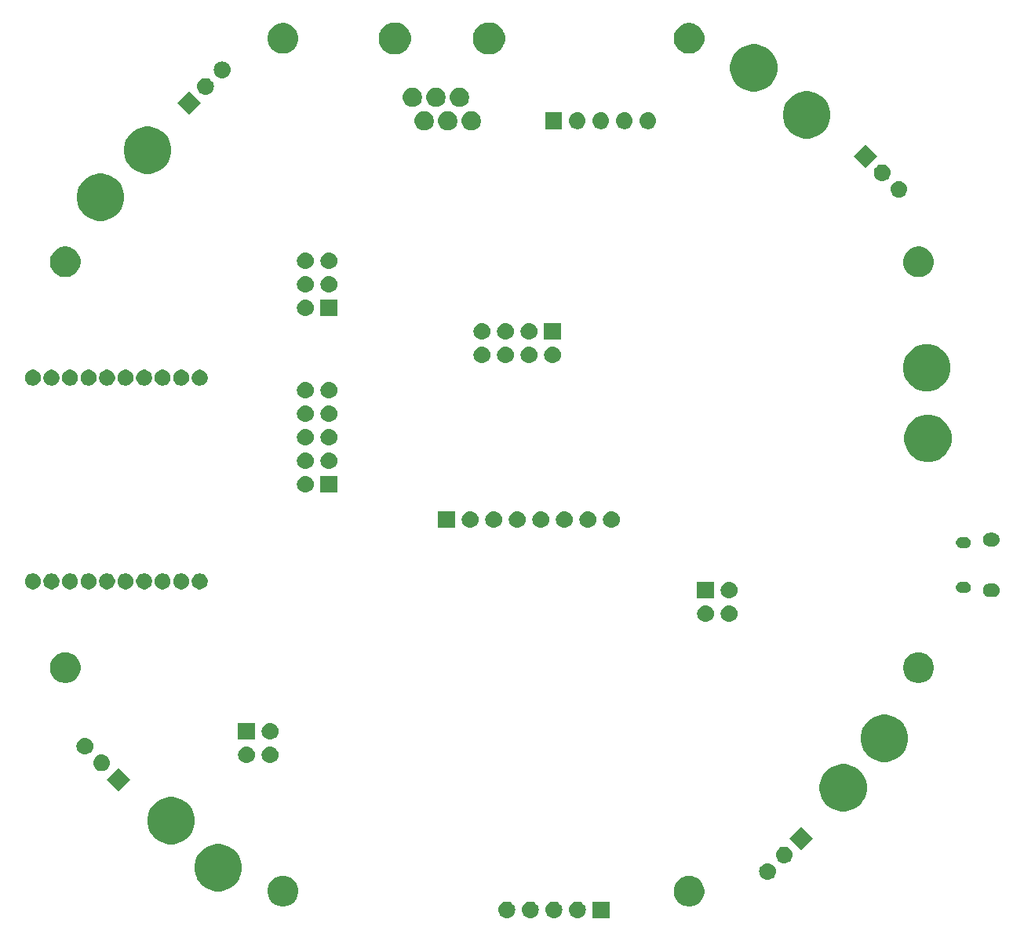
<source format=gbs>
G04 #@! TF.GenerationSoftware,KiCad,Pcbnew,5.1.2-f72e74a~84~ubuntu18.04.1*
G04 #@! TF.CreationDate,2019-07-29T20:36:53-07:00*
G04 #@! TF.ProjectId,quad_copter_pcb,71756164-5f63-46f7-9074-65725f706362,rev?*
G04 #@! TF.SameCoordinates,Original*
G04 #@! TF.FileFunction,Soldermask,Bot*
G04 #@! TF.FilePolarity,Negative*
%FSLAX46Y46*%
G04 Gerber Fmt 4.6, Leading zero omitted, Abs format (unit mm)*
G04 Created by KiCad (PCBNEW 5.1.2-f72e74a~84~ubuntu18.04.1) date 2019-07-29 20:36:53*
%MOMM*%
%LPD*%
G04 APERTURE LIST*
%ADD10C,0.100000*%
G04 APERTURE END LIST*
D10*
G36*
X147582842Y-140304118D02*
G01*
X147649027Y-140310637D01*
X147818866Y-140362157D01*
X147975391Y-140445822D01*
X148010231Y-140474415D01*
X148112586Y-140558414D01*
X148191931Y-140655098D01*
X148225178Y-140695609D01*
X148308843Y-140852134D01*
X148360363Y-141021973D01*
X148377759Y-141198600D01*
X148360363Y-141375227D01*
X148308843Y-141545066D01*
X148225178Y-141701591D01*
X148195848Y-141737329D01*
X148112586Y-141838786D01*
X148011129Y-141922048D01*
X147975391Y-141951378D01*
X147818866Y-142035043D01*
X147649027Y-142086563D01*
X147582843Y-142093081D01*
X147516660Y-142099600D01*
X147428140Y-142099600D01*
X147361957Y-142093081D01*
X147295773Y-142086563D01*
X147125934Y-142035043D01*
X146969409Y-141951378D01*
X146933671Y-141922048D01*
X146832214Y-141838786D01*
X146748952Y-141737329D01*
X146719622Y-141701591D01*
X146635957Y-141545066D01*
X146584437Y-141375227D01*
X146567041Y-141198600D01*
X146584437Y-141021973D01*
X146635957Y-140852134D01*
X146719622Y-140695609D01*
X146752869Y-140655098D01*
X146832214Y-140558414D01*
X146934569Y-140474415D01*
X146969409Y-140445822D01*
X147125934Y-140362157D01*
X147295773Y-140310637D01*
X147361958Y-140304118D01*
X147428140Y-140297600D01*
X147516660Y-140297600D01*
X147582842Y-140304118D01*
X147582842Y-140304118D01*
G37*
G36*
X155202842Y-140304118D02*
G01*
X155269027Y-140310637D01*
X155438866Y-140362157D01*
X155595391Y-140445822D01*
X155630231Y-140474415D01*
X155732586Y-140558414D01*
X155811931Y-140655098D01*
X155845178Y-140695609D01*
X155928843Y-140852134D01*
X155980363Y-141021973D01*
X155997759Y-141198600D01*
X155980363Y-141375227D01*
X155928843Y-141545066D01*
X155845178Y-141701591D01*
X155815848Y-141737329D01*
X155732586Y-141838786D01*
X155631129Y-141922048D01*
X155595391Y-141951378D01*
X155438866Y-142035043D01*
X155269027Y-142086563D01*
X155202843Y-142093081D01*
X155136660Y-142099600D01*
X155048140Y-142099600D01*
X154981957Y-142093081D01*
X154915773Y-142086563D01*
X154745934Y-142035043D01*
X154589409Y-141951378D01*
X154553671Y-141922048D01*
X154452214Y-141838786D01*
X154368952Y-141737329D01*
X154339622Y-141701591D01*
X154255957Y-141545066D01*
X154204437Y-141375227D01*
X154187041Y-141198600D01*
X154204437Y-141021973D01*
X154255957Y-140852134D01*
X154339622Y-140695609D01*
X154372869Y-140655098D01*
X154452214Y-140558414D01*
X154554569Y-140474415D01*
X154589409Y-140445822D01*
X154745934Y-140362157D01*
X154915773Y-140310637D01*
X154981958Y-140304118D01*
X155048140Y-140297600D01*
X155136660Y-140297600D01*
X155202842Y-140304118D01*
X155202842Y-140304118D01*
G37*
G36*
X152662842Y-140304118D02*
G01*
X152729027Y-140310637D01*
X152898866Y-140362157D01*
X153055391Y-140445822D01*
X153090231Y-140474415D01*
X153192586Y-140558414D01*
X153271931Y-140655098D01*
X153305178Y-140695609D01*
X153388843Y-140852134D01*
X153440363Y-141021973D01*
X153457759Y-141198600D01*
X153440363Y-141375227D01*
X153388843Y-141545066D01*
X153305178Y-141701591D01*
X153275848Y-141737329D01*
X153192586Y-141838786D01*
X153091129Y-141922048D01*
X153055391Y-141951378D01*
X152898866Y-142035043D01*
X152729027Y-142086563D01*
X152662843Y-142093081D01*
X152596660Y-142099600D01*
X152508140Y-142099600D01*
X152441957Y-142093081D01*
X152375773Y-142086563D01*
X152205934Y-142035043D01*
X152049409Y-141951378D01*
X152013671Y-141922048D01*
X151912214Y-141838786D01*
X151828952Y-141737329D01*
X151799622Y-141701591D01*
X151715957Y-141545066D01*
X151664437Y-141375227D01*
X151647041Y-141198600D01*
X151664437Y-141021973D01*
X151715957Y-140852134D01*
X151799622Y-140695609D01*
X151832869Y-140655098D01*
X151912214Y-140558414D01*
X152014569Y-140474415D01*
X152049409Y-140445822D01*
X152205934Y-140362157D01*
X152375773Y-140310637D01*
X152441958Y-140304118D01*
X152508140Y-140297600D01*
X152596660Y-140297600D01*
X152662842Y-140304118D01*
X152662842Y-140304118D01*
G37*
G36*
X150122842Y-140304118D02*
G01*
X150189027Y-140310637D01*
X150358866Y-140362157D01*
X150515391Y-140445822D01*
X150550231Y-140474415D01*
X150652586Y-140558414D01*
X150731931Y-140655098D01*
X150765178Y-140695609D01*
X150848843Y-140852134D01*
X150900363Y-141021973D01*
X150917759Y-141198600D01*
X150900363Y-141375227D01*
X150848843Y-141545066D01*
X150765178Y-141701591D01*
X150735848Y-141737329D01*
X150652586Y-141838786D01*
X150551129Y-141922048D01*
X150515391Y-141951378D01*
X150358866Y-142035043D01*
X150189027Y-142086563D01*
X150122843Y-142093081D01*
X150056660Y-142099600D01*
X149968140Y-142099600D01*
X149901957Y-142093081D01*
X149835773Y-142086563D01*
X149665934Y-142035043D01*
X149509409Y-141951378D01*
X149473671Y-141922048D01*
X149372214Y-141838786D01*
X149288952Y-141737329D01*
X149259622Y-141701591D01*
X149175957Y-141545066D01*
X149124437Y-141375227D01*
X149107041Y-141198600D01*
X149124437Y-141021973D01*
X149175957Y-140852134D01*
X149259622Y-140695609D01*
X149292869Y-140655098D01*
X149372214Y-140558414D01*
X149474569Y-140474415D01*
X149509409Y-140445822D01*
X149665934Y-140362157D01*
X149835773Y-140310637D01*
X149901958Y-140304118D01*
X149968140Y-140297600D01*
X150056660Y-140297600D01*
X150122842Y-140304118D01*
X150122842Y-140304118D01*
G37*
G36*
X158533400Y-142099600D02*
G01*
X156731400Y-142099600D01*
X156731400Y-140297600D01*
X158533400Y-140297600D01*
X158533400Y-142099600D01*
X158533400Y-142099600D01*
G37*
G36*
X167507256Y-137583298D02*
G01*
X167613579Y-137604447D01*
X167914042Y-137728903D01*
X168184451Y-137909585D01*
X168414415Y-138139549D01*
X168595097Y-138409958D01*
X168687688Y-138633491D01*
X168719553Y-138710422D01*
X168759783Y-138912668D01*
X168783000Y-139029391D01*
X168783000Y-139354609D01*
X168719553Y-139673579D01*
X168595097Y-139974042D01*
X168414415Y-140244451D01*
X168184451Y-140474415D01*
X167914042Y-140655097D01*
X167613579Y-140779553D01*
X167507256Y-140800702D01*
X167294611Y-140843000D01*
X166969389Y-140843000D01*
X166756744Y-140800702D01*
X166650421Y-140779553D01*
X166349958Y-140655097D01*
X166079549Y-140474415D01*
X165849585Y-140244451D01*
X165668903Y-139974042D01*
X165544447Y-139673579D01*
X165481000Y-139354609D01*
X165481000Y-139029391D01*
X165504218Y-138912668D01*
X165544447Y-138710422D01*
X165576313Y-138633491D01*
X165668903Y-138409958D01*
X165849585Y-138139549D01*
X166079549Y-137909585D01*
X166349958Y-137728903D01*
X166650421Y-137604447D01*
X166756744Y-137583298D01*
X166969389Y-137541000D01*
X167294611Y-137541000D01*
X167507256Y-137583298D01*
X167507256Y-137583298D01*
G37*
G36*
X123692256Y-137583298D02*
G01*
X123798579Y-137604447D01*
X124099042Y-137728903D01*
X124369451Y-137909585D01*
X124599415Y-138139549D01*
X124780097Y-138409958D01*
X124872688Y-138633491D01*
X124904553Y-138710422D01*
X124944783Y-138912668D01*
X124968000Y-139029391D01*
X124968000Y-139354609D01*
X124904553Y-139673579D01*
X124780097Y-139974042D01*
X124599415Y-140244451D01*
X124369451Y-140474415D01*
X124099042Y-140655097D01*
X123798579Y-140779553D01*
X123692256Y-140800702D01*
X123479611Y-140843000D01*
X123154389Y-140843000D01*
X122941744Y-140800702D01*
X122835421Y-140779553D01*
X122534958Y-140655097D01*
X122264549Y-140474415D01*
X122034585Y-140244451D01*
X121853903Y-139974042D01*
X121729447Y-139673579D01*
X121666000Y-139354609D01*
X121666000Y-139029391D01*
X121689218Y-138912668D01*
X121729447Y-138710422D01*
X121761313Y-138633491D01*
X121853903Y-138409958D01*
X122034585Y-138139549D01*
X122264549Y-137909585D01*
X122534958Y-137728903D01*
X122835421Y-137604447D01*
X122941744Y-137583298D01*
X123154389Y-137541000D01*
X123479611Y-137541000D01*
X123692256Y-137583298D01*
X123692256Y-137583298D01*
G37*
G36*
X117076098Y-134199033D02*
G01*
X117540350Y-134391332D01*
X117540352Y-134391333D01*
X117958168Y-134670509D01*
X118313491Y-135025832D01*
X118592667Y-135443648D01*
X118592668Y-135443650D01*
X118784967Y-135907902D01*
X118883000Y-136400747D01*
X118883000Y-136903253D01*
X118784967Y-137396098D01*
X118647115Y-137728902D01*
X118592667Y-137860352D01*
X118313491Y-138278168D01*
X117958168Y-138633491D01*
X117540352Y-138912667D01*
X117540351Y-138912668D01*
X117540350Y-138912668D01*
X117076098Y-139104967D01*
X116583253Y-139203000D01*
X116080747Y-139203000D01*
X115587902Y-139104967D01*
X115123650Y-138912668D01*
X115123649Y-138912668D01*
X115123648Y-138912667D01*
X114705832Y-138633491D01*
X114350509Y-138278168D01*
X114071333Y-137860352D01*
X114016885Y-137728902D01*
X113879033Y-137396098D01*
X113781000Y-136903253D01*
X113781000Y-136400747D01*
X113879033Y-135907902D01*
X114071332Y-135443650D01*
X114071333Y-135443648D01*
X114350509Y-135025832D01*
X114705832Y-134670509D01*
X115123648Y-134391333D01*
X115123650Y-134391332D01*
X115587902Y-134199033D01*
X116080747Y-134101000D01*
X116583253Y-134101000D01*
X117076098Y-134199033D01*
X117076098Y-134199033D01*
G37*
G36*
X175709558Y-136174051D02*
G01*
X175781525Y-136181139D01*
X175951364Y-136232659D01*
X176107889Y-136316324D01*
X176143627Y-136345654D01*
X176245084Y-136428916D01*
X176328346Y-136530373D01*
X176357676Y-136566111D01*
X176441341Y-136722636D01*
X176492861Y-136892475D01*
X176510257Y-137069102D01*
X176492861Y-137245729D01*
X176441341Y-137415568D01*
X176357676Y-137572093D01*
X176331124Y-137604447D01*
X176245084Y-137709288D01*
X176143627Y-137792550D01*
X176107889Y-137821880D01*
X175951364Y-137905545D01*
X175781525Y-137957065D01*
X175715340Y-137963584D01*
X175649158Y-137970102D01*
X175560638Y-137970102D01*
X175494456Y-137963584D01*
X175428271Y-137957065D01*
X175258432Y-137905545D01*
X175101907Y-137821880D01*
X175066169Y-137792550D01*
X174964712Y-137709288D01*
X174878672Y-137604447D01*
X174852120Y-137572093D01*
X174768455Y-137415568D01*
X174716935Y-137245729D01*
X174699539Y-137069102D01*
X174716935Y-136892475D01*
X174768455Y-136722636D01*
X174852120Y-136566111D01*
X174881450Y-136530373D01*
X174964712Y-136428916D01*
X175066169Y-136345654D01*
X175101907Y-136316324D01*
X175258432Y-136232659D01*
X175428271Y-136181139D01*
X175500238Y-136174051D01*
X175560638Y-136168102D01*
X175649158Y-136168102D01*
X175709558Y-136174051D01*
X175709558Y-136174051D01*
G37*
G36*
X177511391Y-134378569D02*
G01*
X177577576Y-134385088D01*
X177747415Y-134436608D01*
X177903940Y-134520273D01*
X177939678Y-134549603D01*
X178041135Y-134632865D01*
X178124397Y-134734322D01*
X178153727Y-134770060D01*
X178237392Y-134926585D01*
X178288912Y-135096424D01*
X178306308Y-135273051D01*
X178288912Y-135449678D01*
X178237392Y-135619517D01*
X178153727Y-135776042D01*
X178124397Y-135811780D01*
X178041135Y-135913237D01*
X177939678Y-135996499D01*
X177903940Y-136025829D01*
X177747415Y-136109494D01*
X177577576Y-136161014D01*
X177511391Y-136167533D01*
X177445209Y-136174051D01*
X177356689Y-136174051D01*
X177290507Y-136167533D01*
X177224322Y-136161014D01*
X177054483Y-136109494D01*
X176897958Y-136025829D01*
X176862220Y-135996499D01*
X176760763Y-135913237D01*
X176677501Y-135811780D01*
X176648171Y-135776042D01*
X176564506Y-135619517D01*
X176512986Y-135449678D01*
X176495590Y-135273051D01*
X176512986Y-135096424D01*
X176564506Y-134926585D01*
X176648171Y-134770060D01*
X176677501Y-134734322D01*
X176760763Y-134632865D01*
X176862220Y-134549603D01*
X176897958Y-134520273D01*
X177054483Y-134436608D01*
X177224322Y-134385088D01*
X177290507Y-134378569D01*
X177356689Y-134372051D01*
X177445209Y-134372051D01*
X177511391Y-134378569D01*
X177511391Y-134378569D01*
G37*
G36*
X180471206Y-133477000D02*
G01*
X179197000Y-134751206D01*
X177922794Y-133477000D01*
X179197000Y-132202794D01*
X180471206Y-133477000D01*
X180471206Y-133477000D01*
G37*
G36*
X111996098Y-129119033D02*
G01*
X112460350Y-129311332D01*
X112460352Y-129311333D01*
X112878168Y-129590509D01*
X113233491Y-129945832D01*
X113512667Y-130363648D01*
X113512668Y-130363650D01*
X113704967Y-130827902D01*
X113803000Y-131320747D01*
X113803000Y-131823253D01*
X113704967Y-132316098D01*
X113512668Y-132780350D01*
X113512667Y-132780352D01*
X113233491Y-133198168D01*
X112878168Y-133553491D01*
X112460352Y-133832667D01*
X112460351Y-133832668D01*
X112460350Y-133832668D01*
X111996098Y-134024967D01*
X111503253Y-134123000D01*
X111000747Y-134123000D01*
X110507902Y-134024967D01*
X110043650Y-133832668D01*
X110043649Y-133832668D01*
X110043648Y-133832667D01*
X109625832Y-133553491D01*
X109270509Y-133198168D01*
X108991333Y-132780352D01*
X108991332Y-132780350D01*
X108799033Y-132316098D01*
X108701000Y-131823253D01*
X108701000Y-131320747D01*
X108799033Y-130827902D01*
X108991332Y-130363650D01*
X108991333Y-130363648D01*
X109270509Y-129945832D01*
X109625832Y-129590509D01*
X110043648Y-129311333D01*
X110043650Y-129311332D01*
X110507902Y-129119033D01*
X111000747Y-129021000D01*
X111503253Y-129021000D01*
X111996098Y-129119033D01*
X111996098Y-129119033D01*
G37*
G36*
X184513098Y-125563033D02*
G01*
X184977350Y-125755332D01*
X184977352Y-125755333D01*
X185395168Y-126034509D01*
X185750491Y-126389832D01*
X186029667Y-126807648D01*
X186029668Y-126807650D01*
X186221967Y-127271902D01*
X186320000Y-127764747D01*
X186320000Y-128267253D01*
X186221967Y-128760098D01*
X186073291Y-129119034D01*
X186029667Y-129224352D01*
X185750491Y-129642168D01*
X185395168Y-129997491D01*
X184977352Y-130276667D01*
X184977351Y-130276668D01*
X184977350Y-130276668D01*
X184513098Y-130468967D01*
X184020253Y-130567000D01*
X183517747Y-130567000D01*
X183024902Y-130468967D01*
X182560650Y-130276668D01*
X182560649Y-130276668D01*
X182560648Y-130276667D01*
X182142832Y-129997491D01*
X181787509Y-129642168D01*
X181508333Y-129224352D01*
X181464709Y-129119034D01*
X181316033Y-128760098D01*
X181218000Y-128267253D01*
X181218000Y-127764747D01*
X181316033Y-127271902D01*
X181508332Y-126807650D01*
X181508333Y-126807648D01*
X181787509Y-126389832D01*
X182142832Y-126034509D01*
X182560648Y-125755333D01*
X182560650Y-125755332D01*
X183024902Y-125563033D01*
X183517747Y-125465000D01*
X184020253Y-125465000D01*
X184513098Y-125563033D01*
X184513098Y-125563033D01*
G37*
G36*
X106811206Y-127127000D02*
G01*
X105537000Y-128401206D01*
X104262794Y-127127000D01*
X105537000Y-125852794D01*
X106811206Y-127127000D01*
X106811206Y-127127000D01*
G37*
G36*
X103845609Y-124435898D02*
G01*
X103917576Y-124442986D01*
X104087415Y-124494506D01*
X104243940Y-124578171D01*
X104279678Y-124607501D01*
X104381135Y-124690763D01*
X104464397Y-124792220D01*
X104493727Y-124827958D01*
X104577392Y-124984483D01*
X104628912Y-125154322D01*
X104646308Y-125330949D01*
X104628912Y-125507576D01*
X104577392Y-125677415D01*
X104493727Y-125833940D01*
X104478254Y-125852794D01*
X104381135Y-125971135D01*
X104303912Y-126034509D01*
X104243940Y-126083727D01*
X104087415Y-126167392D01*
X103917576Y-126218912D01*
X103851391Y-126225431D01*
X103785209Y-126231949D01*
X103696689Y-126231949D01*
X103630507Y-126225431D01*
X103564322Y-126218912D01*
X103394483Y-126167392D01*
X103237958Y-126083727D01*
X103177986Y-126034509D01*
X103100763Y-125971135D01*
X103003644Y-125852794D01*
X102988171Y-125833940D01*
X102904506Y-125677415D01*
X102852986Y-125507576D01*
X102835590Y-125330949D01*
X102852986Y-125154322D01*
X102904506Y-124984483D01*
X102988171Y-124827958D01*
X103017501Y-124792220D01*
X103100763Y-124690763D01*
X103202220Y-124607501D01*
X103237958Y-124578171D01*
X103394483Y-124494506D01*
X103564322Y-124442986D01*
X103636289Y-124435898D01*
X103696689Y-124429949D01*
X103785209Y-124429949D01*
X103845609Y-124435898D01*
X103845609Y-124435898D01*
G37*
G36*
X122030442Y-123565518D02*
G01*
X122096627Y-123572037D01*
X122266466Y-123623557D01*
X122422991Y-123707222D01*
X122428234Y-123711525D01*
X122560186Y-123819814D01*
X122618074Y-123890352D01*
X122672778Y-123957009D01*
X122756443Y-124113534D01*
X122807963Y-124283373D01*
X122825359Y-124460000D01*
X122807963Y-124636627D01*
X122756443Y-124806466D01*
X122672778Y-124962991D01*
X122655141Y-124984481D01*
X122560186Y-125100186D01*
X122458729Y-125183448D01*
X122422991Y-125212778D01*
X122266466Y-125296443D01*
X122096627Y-125347963D01*
X122030442Y-125354482D01*
X121964260Y-125361000D01*
X121875740Y-125361000D01*
X121809558Y-125354482D01*
X121743373Y-125347963D01*
X121573534Y-125296443D01*
X121417009Y-125212778D01*
X121381271Y-125183448D01*
X121279814Y-125100186D01*
X121184859Y-124984481D01*
X121167222Y-124962991D01*
X121083557Y-124806466D01*
X121032037Y-124636627D01*
X121014641Y-124460000D01*
X121032037Y-124283373D01*
X121083557Y-124113534D01*
X121167222Y-123957009D01*
X121221926Y-123890352D01*
X121279814Y-123819814D01*
X121411766Y-123711525D01*
X121417009Y-123707222D01*
X121573534Y-123623557D01*
X121743373Y-123572037D01*
X121809558Y-123565518D01*
X121875740Y-123559000D01*
X121964260Y-123559000D01*
X122030442Y-123565518D01*
X122030442Y-123565518D01*
G37*
G36*
X119490442Y-123565518D02*
G01*
X119556627Y-123572037D01*
X119726466Y-123623557D01*
X119882991Y-123707222D01*
X119888234Y-123711525D01*
X120020186Y-123819814D01*
X120078074Y-123890352D01*
X120132778Y-123957009D01*
X120216443Y-124113534D01*
X120267963Y-124283373D01*
X120285359Y-124460000D01*
X120267963Y-124636627D01*
X120216443Y-124806466D01*
X120132778Y-124962991D01*
X120115141Y-124984481D01*
X120020186Y-125100186D01*
X119918729Y-125183448D01*
X119882991Y-125212778D01*
X119726466Y-125296443D01*
X119556627Y-125347963D01*
X119490442Y-125354482D01*
X119424260Y-125361000D01*
X119335740Y-125361000D01*
X119269558Y-125354482D01*
X119203373Y-125347963D01*
X119033534Y-125296443D01*
X118877009Y-125212778D01*
X118841271Y-125183448D01*
X118739814Y-125100186D01*
X118644859Y-124984481D01*
X118627222Y-124962991D01*
X118543557Y-124806466D01*
X118492037Y-124636627D01*
X118474641Y-124460000D01*
X118492037Y-124283373D01*
X118543557Y-124113534D01*
X118627222Y-123957009D01*
X118681926Y-123890352D01*
X118739814Y-123819814D01*
X118871766Y-123711525D01*
X118877009Y-123707222D01*
X119033534Y-123623557D01*
X119203373Y-123572037D01*
X119269558Y-123565518D01*
X119335740Y-123559000D01*
X119424260Y-123559000D01*
X119490442Y-123565518D01*
X119490442Y-123565518D01*
G37*
G36*
X188958098Y-120229033D02*
G01*
X189422350Y-120421332D01*
X189422352Y-120421333D01*
X189840168Y-120700509D01*
X190195491Y-121055832D01*
X190436822Y-121417009D01*
X190474668Y-121473650D01*
X190666967Y-121937902D01*
X190765000Y-122430747D01*
X190765000Y-122933253D01*
X190666967Y-123426098D01*
X190503885Y-123819814D01*
X190474667Y-123890352D01*
X190195491Y-124308168D01*
X189840168Y-124663491D01*
X189422352Y-124942667D01*
X189422351Y-124942668D01*
X189422350Y-124942668D01*
X188958098Y-125134967D01*
X188465253Y-125233000D01*
X187962747Y-125233000D01*
X187469902Y-125134967D01*
X187005650Y-124942668D01*
X187005649Y-124942668D01*
X187005648Y-124942667D01*
X186587832Y-124663491D01*
X186232509Y-124308168D01*
X185953333Y-123890352D01*
X185924115Y-123819814D01*
X185761033Y-123426098D01*
X185663000Y-122933253D01*
X185663000Y-122430747D01*
X185761033Y-121937902D01*
X185953332Y-121473650D01*
X185991178Y-121417009D01*
X186232509Y-121055832D01*
X186587832Y-120700509D01*
X187005648Y-120421333D01*
X187005650Y-120421332D01*
X187469902Y-120229033D01*
X187962747Y-120131000D01*
X188465253Y-120131000D01*
X188958098Y-120229033D01*
X188958098Y-120229033D01*
G37*
G36*
X102055341Y-122640417D02*
G01*
X102121525Y-122646935D01*
X102291364Y-122698455D01*
X102447889Y-122782120D01*
X102483627Y-122811450D01*
X102585084Y-122894712D01*
X102668346Y-122996169D01*
X102697676Y-123031907D01*
X102781341Y-123188432D01*
X102832861Y-123358271D01*
X102850257Y-123534898D01*
X102832861Y-123711525D01*
X102781341Y-123881364D01*
X102697676Y-124037889D01*
X102668346Y-124073627D01*
X102585084Y-124175084D01*
X102483627Y-124258346D01*
X102447889Y-124287676D01*
X102291364Y-124371341D01*
X102121525Y-124422861D01*
X102055341Y-124429379D01*
X101989158Y-124435898D01*
X101900638Y-124435898D01*
X101834455Y-124429379D01*
X101768271Y-124422861D01*
X101598432Y-124371341D01*
X101441907Y-124287676D01*
X101406169Y-124258346D01*
X101304712Y-124175084D01*
X101221450Y-124073627D01*
X101192120Y-124037889D01*
X101108455Y-123881364D01*
X101056935Y-123711525D01*
X101039539Y-123534898D01*
X101056935Y-123358271D01*
X101108455Y-123188432D01*
X101192120Y-123031907D01*
X101221450Y-122996169D01*
X101304712Y-122894712D01*
X101406169Y-122811450D01*
X101441907Y-122782120D01*
X101598432Y-122698455D01*
X101768271Y-122646935D01*
X101834455Y-122640417D01*
X101900638Y-122633898D01*
X101989158Y-122633898D01*
X102055341Y-122640417D01*
X102055341Y-122640417D01*
G37*
G36*
X122030442Y-121025518D02*
G01*
X122096627Y-121032037D01*
X122266466Y-121083557D01*
X122422991Y-121167222D01*
X122458729Y-121196552D01*
X122560186Y-121279814D01*
X122643448Y-121381271D01*
X122672778Y-121417009D01*
X122756443Y-121573534D01*
X122807963Y-121743373D01*
X122825359Y-121920000D01*
X122807963Y-122096627D01*
X122756443Y-122266466D01*
X122672778Y-122422991D01*
X122643448Y-122458729D01*
X122560186Y-122560186D01*
X122470366Y-122633898D01*
X122422991Y-122672778D01*
X122266466Y-122756443D01*
X122096627Y-122807963D01*
X122030443Y-122814481D01*
X121964260Y-122821000D01*
X121875740Y-122821000D01*
X121809557Y-122814481D01*
X121743373Y-122807963D01*
X121573534Y-122756443D01*
X121417009Y-122672778D01*
X121369634Y-122633898D01*
X121279814Y-122560186D01*
X121196552Y-122458729D01*
X121167222Y-122422991D01*
X121083557Y-122266466D01*
X121032037Y-122096627D01*
X121014641Y-121920000D01*
X121032037Y-121743373D01*
X121083557Y-121573534D01*
X121167222Y-121417009D01*
X121196552Y-121381271D01*
X121279814Y-121279814D01*
X121381271Y-121196552D01*
X121417009Y-121167222D01*
X121573534Y-121083557D01*
X121743373Y-121032037D01*
X121809558Y-121025518D01*
X121875740Y-121019000D01*
X121964260Y-121019000D01*
X122030442Y-121025518D01*
X122030442Y-121025518D01*
G37*
G36*
X120281000Y-122821000D02*
G01*
X118479000Y-122821000D01*
X118479000Y-121019000D01*
X120281000Y-121019000D01*
X120281000Y-122821000D01*
X120281000Y-122821000D01*
G37*
G36*
X192272256Y-113453298D02*
G01*
X192378579Y-113474447D01*
X192679042Y-113598903D01*
X192949451Y-113779585D01*
X193179415Y-114009549D01*
X193360097Y-114279958D01*
X193484553Y-114580421D01*
X193548000Y-114899391D01*
X193548000Y-115224609D01*
X193484553Y-115543579D01*
X193360097Y-115844042D01*
X193179415Y-116114451D01*
X192949451Y-116344415D01*
X192679042Y-116525097D01*
X192378579Y-116649553D01*
X192272256Y-116670702D01*
X192059611Y-116713000D01*
X191734389Y-116713000D01*
X191521744Y-116670702D01*
X191415421Y-116649553D01*
X191114958Y-116525097D01*
X190844549Y-116344415D01*
X190614585Y-116114451D01*
X190433903Y-115844042D01*
X190309447Y-115543579D01*
X190246000Y-115224609D01*
X190246000Y-114899391D01*
X190309447Y-114580421D01*
X190433903Y-114279958D01*
X190614585Y-114009549D01*
X190844549Y-113779585D01*
X191114958Y-113598903D01*
X191415421Y-113474447D01*
X191521744Y-113453298D01*
X191734389Y-113411000D01*
X192059611Y-113411000D01*
X192272256Y-113453298D01*
X192272256Y-113453298D01*
G37*
G36*
X100197256Y-113453298D02*
G01*
X100303579Y-113474447D01*
X100604042Y-113598903D01*
X100874451Y-113779585D01*
X101104415Y-114009549D01*
X101285097Y-114279958D01*
X101409553Y-114580421D01*
X101473000Y-114899391D01*
X101473000Y-115224609D01*
X101409553Y-115543579D01*
X101285097Y-115844042D01*
X101104415Y-116114451D01*
X100874451Y-116344415D01*
X100604042Y-116525097D01*
X100303579Y-116649553D01*
X100197256Y-116670702D01*
X99984611Y-116713000D01*
X99659389Y-116713000D01*
X99446744Y-116670702D01*
X99340421Y-116649553D01*
X99039958Y-116525097D01*
X98769549Y-116344415D01*
X98539585Y-116114451D01*
X98358903Y-115844042D01*
X98234447Y-115543579D01*
X98171000Y-115224609D01*
X98171000Y-114899391D01*
X98234447Y-114580421D01*
X98358903Y-114279958D01*
X98539585Y-114009549D01*
X98769549Y-113779585D01*
X99039958Y-113598903D01*
X99340421Y-113474447D01*
X99446744Y-113453298D01*
X99659389Y-113411000D01*
X99984611Y-113411000D01*
X100197256Y-113453298D01*
X100197256Y-113453298D01*
G37*
G36*
X171560443Y-108325519D02*
G01*
X171626627Y-108332037D01*
X171796466Y-108383557D01*
X171952991Y-108467222D01*
X171988729Y-108496552D01*
X172090186Y-108579814D01*
X172173448Y-108681271D01*
X172202778Y-108717009D01*
X172286443Y-108873534D01*
X172337963Y-109043373D01*
X172355359Y-109220000D01*
X172337963Y-109396627D01*
X172286443Y-109566466D01*
X172202778Y-109722991D01*
X172173448Y-109758729D01*
X172090186Y-109860186D01*
X171988729Y-109943448D01*
X171952991Y-109972778D01*
X171796466Y-110056443D01*
X171626627Y-110107963D01*
X171560443Y-110114481D01*
X171494260Y-110121000D01*
X171405740Y-110121000D01*
X171339557Y-110114481D01*
X171273373Y-110107963D01*
X171103534Y-110056443D01*
X170947009Y-109972778D01*
X170911271Y-109943448D01*
X170809814Y-109860186D01*
X170726552Y-109758729D01*
X170697222Y-109722991D01*
X170613557Y-109566466D01*
X170562037Y-109396627D01*
X170544641Y-109220000D01*
X170562037Y-109043373D01*
X170613557Y-108873534D01*
X170697222Y-108717009D01*
X170726552Y-108681271D01*
X170809814Y-108579814D01*
X170911271Y-108496552D01*
X170947009Y-108467222D01*
X171103534Y-108383557D01*
X171273373Y-108332037D01*
X171339557Y-108325519D01*
X171405740Y-108319000D01*
X171494260Y-108319000D01*
X171560443Y-108325519D01*
X171560443Y-108325519D01*
G37*
G36*
X169020443Y-108325519D02*
G01*
X169086627Y-108332037D01*
X169256466Y-108383557D01*
X169412991Y-108467222D01*
X169448729Y-108496552D01*
X169550186Y-108579814D01*
X169633448Y-108681271D01*
X169662778Y-108717009D01*
X169746443Y-108873534D01*
X169797963Y-109043373D01*
X169815359Y-109220000D01*
X169797963Y-109396627D01*
X169746443Y-109566466D01*
X169662778Y-109722991D01*
X169633448Y-109758729D01*
X169550186Y-109860186D01*
X169448729Y-109943448D01*
X169412991Y-109972778D01*
X169256466Y-110056443D01*
X169086627Y-110107963D01*
X169020443Y-110114481D01*
X168954260Y-110121000D01*
X168865740Y-110121000D01*
X168799557Y-110114481D01*
X168733373Y-110107963D01*
X168563534Y-110056443D01*
X168407009Y-109972778D01*
X168371271Y-109943448D01*
X168269814Y-109860186D01*
X168186552Y-109758729D01*
X168157222Y-109722991D01*
X168073557Y-109566466D01*
X168022037Y-109396627D01*
X168004641Y-109220000D01*
X168022037Y-109043373D01*
X168073557Y-108873534D01*
X168157222Y-108717009D01*
X168186552Y-108681271D01*
X168269814Y-108579814D01*
X168371271Y-108496552D01*
X168407009Y-108467222D01*
X168563534Y-108383557D01*
X168733373Y-108332037D01*
X168799557Y-108325519D01*
X168865740Y-108319000D01*
X168954260Y-108319000D01*
X169020443Y-108325519D01*
X169020443Y-108325519D01*
G37*
G36*
X171552102Y-105784697D02*
G01*
X171626627Y-105792037D01*
X171796466Y-105843557D01*
X171952991Y-105927222D01*
X171980713Y-105949973D01*
X172090186Y-106039814D01*
X172173448Y-106141271D01*
X172202778Y-106177009D01*
X172286443Y-106333534D01*
X172337963Y-106503373D01*
X172355359Y-106680000D01*
X172337963Y-106856627D01*
X172286443Y-107026466D01*
X172202778Y-107182991D01*
X172173448Y-107218729D01*
X172090186Y-107320186D01*
X171989891Y-107402495D01*
X171952991Y-107432778D01*
X171796466Y-107516443D01*
X171626627Y-107567963D01*
X171560443Y-107574481D01*
X171494260Y-107581000D01*
X171405740Y-107581000D01*
X171339557Y-107574481D01*
X171273373Y-107567963D01*
X171103534Y-107516443D01*
X170947009Y-107432778D01*
X170910109Y-107402495D01*
X170809814Y-107320186D01*
X170726552Y-107218729D01*
X170697222Y-107182991D01*
X170613557Y-107026466D01*
X170562037Y-106856627D01*
X170544641Y-106680000D01*
X170562037Y-106503373D01*
X170613557Y-106333534D01*
X170697222Y-106177009D01*
X170726552Y-106141271D01*
X170809814Y-106039814D01*
X170919287Y-105949973D01*
X170947009Y-105927222D01*
X171103534Y-105843557D01*
X171273373Y-105792037D01*
X171347898Y-105784697D01*
X171405740Y-105779000D01*
X171494260Y-105779000D01*
X171552102Y-105784697D01*
X171552102Y-105784697D01*
G37*
G36*
X169811000Y-107581000D02*
G01*
X168009000Y-107581000D01*
X168009000Y-105779000D01*
X169811000Y-105779000D01*
X169811000Y-107581000D01*
X169811000Y-107581000D01*
G37*
G36*
X199989213Y-105964502D02*
G01*
X200060321Y-105971505D01*
X200197172Y-106013019D01*
X200197175Y-106013020D01*
X200323294Y-106080432D01*
X200433843Y-106171157D01*
X200524568Y-106281706D01*
X200591980Y-106407825D01*
X200591981Y-106407828D01*
X200633495Y-106544679D01*
X200647512Y-106687000D01*
X200633495Y-106829321D01*
X200618385Y-106879130D01*
X200591980Y-106966175D01*
X200524568Y-107092294D01*
X200433843Y-107202843D01*
X200323294Y-107293568D01*
X200197175Y-107360980D01*
X200197172Y-107360981D01*
X200060321Y-107402495D01*
X199989213Y-107409498D01*
X199953660Y-107413000D01*
X199532340Y-107413000D01*
X199496787Y-107409498D01*
X199425679Y-107402495D01*
X199288828Y-107360981D01*
X199288825Y-107360980D01*
X199162706Y-107293568D01*
X199052157Y-107202843D01*
X198961432Y-107092294D01*
X198894020Y-106966175D01*
X198867615Y-106879130D01*
X198852505Y-106829321D01*
X198838488Y-106687000D01*
X198852505Y-106544679D01*
X198894019Y-106407828D01*
X198894020Y-106407825D01*
X198961432Y-106281706D01*
X199052157Y-106171157D01*
X199162706Y-106080432D01*
X199288825Y-106013020D01*
X199288828Y-106013019D01*
X199425679Y-105971505D01*
X199496787Y-105964502D01*
X199532340Y-105961000D01*
X199953660Y-105961000D01*
X199989213Y-105964502D01*
X199989213Y-105964502D01*
G37*
G36*
X197060818Y-105784696D02*
G01*
X197174105Y-105819062D01*
X197278512Y-105874869D01*
X197370027Y-105949973D01*
X197445131Y-106041488D01*
X197500938Y-106145895D01*
X197535304Y-106259182D01*
X197546907Y-106377000D01*
X197535304Y-106494818D01*
X197500938Y-106608105D01*
X197445131Y-106712512D01*
X197370027Y-106804027D01*
X197278512Y-106879131D01*
X197174105Y-106934938D01*
X197060818Y-106969304D01*
X196972519Y-106978000D01*
X196513481Y-106978000D01*
X196425182Y-106969304D01*
X196311895Y-106934938D01*
X196207488Y-106879131D01*
X196115973Y-106804027D01*
X196040869Y-106712512D01*
X195985062Y-106608105D01*
X195950696Y-106494818D01*
X195939093Y-106377000D01*
X195950696Y-106259182D01*
X195985062Y-106145895D01*
X196040869Y-106041488D01*
X196115973Y-105949973D01*
X196207488Y-105874869D01*
X196311895Y-105819062D01*
X196425182Y-105784696D01*
X196513481Y-105776000D01*
X196972519Y-105776000D01*
X197060818Y-105784696D01*
X197060818Y-105784696D01*
G37*
G36*
X96583943Y-104909787D02*
G01*
X96741108Y-104974887D01*
X96882553Y-105069398D01*
X97002842Y-105189687D01*
X97097353Y-105331132D01*
X97162453Y-105488297D01*
X97195640Y-105655143D01*
X97195640Y-105825257D01*
X97162453Y-105992103D01*
X97097353Y-106149268D01*
X97002842Y-106290713D01*
X96882553Y-106411002D01*
X96741108Y-106505513D01*
X96583943Y-106570613D01*
X96417097Y-106603800D01*
X96246983Y-106603800D01*
X96080137Y-106570613D01*
X95922972Y-106505513D01*
X95781527Y-106411002D01*
X95661238Y-106290713D01*
X95566727Y-106149268D01*
X95501627Y-105992103D01*
X95468440Y-105825257D01*
X95468440Y-105655143D01*
X95501627Y-105488297D01*
X95566727Y-105331132D01*
X95661238Y-105189687D01*
X95781527Y-105069398D01*
X95922972Y-104974887D01*
X96080137Y-104909787D01*
X96246983Y-104876600D01*
X96417097Y-104876600D01*
X96583943Y-104909787D01*
X96583943Y-104909787D01*
G37*
G36*
X114584923Y-104909787D02*
G01*
X114742088Y-104974887D01*
X114883533Y-105069398D01*
X115003822Y-105189687D01*
X115098333Y-105331132D01*
X115163433Y-105488297D01*
X115196620Y-105655143D01*
X115196620Y-105825257D01*
X115163433Y-105992103D01*
X115098333Y-106149268D01*
X115003822Y-106290713D01*
X114883533Y-106411002D01*
X114742088Y-106505513D01*
X114584923Y-106570613D01*
X114418077Y-106603800D01*
X114247963Y-106603800D01*
X114081117Y-106570613D01*
X113923952Y-106505513D01*
X113782507Y-106411002D01*
X113662218Y-106290713D01*
X113567707Y-106149268D01*
X113502607Y-105992103D01*
X113469420Y-105825257D01*
X113469420Y-105655143D01*
X113502607Y-105488297D01*
X113567707Y-105331132D01*
X113662218Y-105189687D01*
X113782507Y-105069398D01*
X113923952Y-104974887D01*
X114081117Y-104909787D01*
X114247963Y-104876600D01*
X114418077Y-104876600D01*
X114584923Y-104909787D01*
X114584923Y-104909787D01*
G37*
G36*
X98585463Y-104909787D02*
G01*
X98742628Y-104974887D01*
X98884073Y-105069398D01*
X99004362Y-105189687D01*
X99098873Y-105331132D01*
X99163973Y-105488297D01*
X99197160Y-105655143D01*
X99197160Y-105825257D01*
X99163973Y-105992103D01*
X99098873Y-106149268D01*
X99004362Y-106290713D01*
X98884073Y-106411002D01*
X98742628Y-106505513D01*
X98585463Y-106570613D01*
X98418617Y-106603800D01*
X98248503Y-106603800D01*
X98081657Y-106570613D01*
X97924492Y-106505513D01*
X97783047Y-106411002D01*
X97662758Y-106290713D01*
X97568247Y-106149268D01*
X97503147Y-105992103D01*
X97469960Y-105825257D01*
X97469960Y-105655143D01*
X97503147Y-105488297D01*
X97568247Y-105331132D01*
X97662758Y-105189687D01*
X97783047Y-105069398D01*
X97924492Y-104974887D01*
X98081657Y-104909787D01*
X98248503Y-104876600D01*
X98418617Y-104876600D01*
X98585463Y-104909787D01*
X98585463Y-104909787D01*
G37*
G36*
X100584443Y-104909787D02*
G01*
X100741608Y-104974887D01*
X100883053Y-105069398D01*
X101003342Y-105189687D01*
X101097853Y-105331132D01*
X101162953Y-105488297D01*
X101196140Y-105655143D01*
X101196140Y-105825257D01*
X101162953Y-105992103D01*
X101097853Y-106149268D01*
X101003342Y-106290713D01*
X100883053Y-106411002D01*
X100741608Y-106505513D01*
X100584443Y-106570613D01*
X100417597Y-106603800D01*
X100247483Y-106603800D01*
X100080637Y-106570613D01*
X99923472Y-106505513D01*
X99782027Y-106411002D01*
X99661738Y-106290713D01*
X99567227Y-106149268D01*
X99502127Y-105992103D01*
X99468940Y-105825257D01*
X99468940Y-105655143D01*
X99502127Y-105488297D01*
X99567227Y-105331132D01*
X99661738Y-105189687D01*
X99782027Y-105069398D01*
X99923472Y-104974887D01*
X100080637Y-104909787D01*
X100247483Y-104876600D01*
X100417597Y-104876600D01*
X100584443Y-104909787D01*
X100584443Y-104909787D01*
G37*
G36*
X104584943Y-104909787D02*
G01*
X104742108Y-104974887D01*
X104883553Y-105069398D01*
X105003842Y-105189687D01*
X105098353Y-105331132D01*
X105163453Y-105488297D01*
X105196640Y-105655143D01*
X105196640Y-105825257D01*
X105163453Y-105992103D01*
X105098353Y-106149268D01*
X105003842Y-106290713D01*
X104883553Y-106411002D01*
X104742108Y-106505513D01*
X104584943Y-106570613D01*
X104418097Y-106603800D01*
X104247983Y-106603800D01*
X104081137Y-106570613D01*
X103923972Y-106505513D01*
X103782527Y-106411002D01*
X103662238Y-106290713D01*
X103567727Y-106149268D01*
X103502627Y-105992103D01*
X103469440Y-105825257D01*
X103469440Y-105655143D01*
X103502627Y-105488297D01*
X103567727Y-105331132D01*
X103662238Y-105189687D01*
X103782527Y-105069398D01*
X103923972Y-104974887D01*
X104081137Y-104909787D01*
X104247983Y-104876600D01*
X104418097Y-104876600D01*
X104584943Y-104909787D01*
X104584943Y-104909787D01*
G37*
G36*
X108585443Y-104909787D02*
G01*
X108742608Y-104974887D01*
X108884053Y-105069398D01*
X109004342Y-105189687D01*
X109098853Y-105331132D01*
X109163953Y-105488297D01*
X109197140Y-105655143D01*
X109197140Y-105825257D01*
X109163953Y-105992103D01*
X109098853Y-106149268D01*
X109004342Y-106290713D01*
X108884053Y-106411002D01*
X108742608Y-106505513D01*
X108585443Y-106570613D01*
X108418597Y-106603800D01*
X108248483Y-106603800D01*
X108081637Y-106570613D01*
X107924472Y-106505513D01*
X107783027Y-106411002D01*
X107662738Y-106290713D01*
X107568227Y-106149268D01*
X107503127Y-105992103D01*
X107469940Y-105825257D01*
X107469940Y-105655143D01*
X107503127Y-105488297D01*
X107568227Y-105331132D01*
X107662738Y-105189687D01*
X107783027Y-105069398D01*
X107924472Y-104974887D01*
X108081637Y-104909787D01*
X108248483Y-104876600D01*
X108418597Y-104876600D01*
X108585443Y-104909787D01*
X108585443Y-104909787D01*
G37*
G36*
X110584423Y-104909787D02*
G01*
X110741588Y-104974887D01*
X110883033Y-105069398D01*
X111003322Y-105189687D01*
X111097833Y-105331132D01*
X111162933Y-105488297D01*
X111196120Y-105655143D01*
X111196120Y-105825257D01*
X111162933Y-105992103D01*
X111097833Y-106149268D01*
X111003322Y-106290713D01*
X110883033Y-106411002D01*
X110741588Y-106505513D01*
X110584423Y-106570613D01*
X110417577Y-106603800D01*
X110247463Y-106603800D01*
X110080617Y-106570613D01*
X109923452Y-106505513D01*
X109782007Y-106411002D01*
X109661718Y-106290713D01*
X109567207Y-106149268D01*
X109502107Y-105992103D01*
X109468920Y-105825257D01*
X109468920Y-105655143D01*
X109502107Y-105488297D01*
X109567207Y-105331132D01*
X109661718Y-105189687D01*
X109782007Y-105069398D01*
X109923452Y-104974887D01*
X110080617Y-104909787D01*
X110247463Y-104876600D01*
X110417577Y-104876600D01*
X110584423Y-104909787D01*
X110584423Y-104909787D01*
G37*
G36*
X112585943Y-104909787D02*
G01*
X112743108Y-104974887D01*
X112884553Y-105069398D01*
X113004842Y-105189687D01*
X113099353Y-105331132D01*
X113164453Y-105488297D01*
X113197640Y-105655143D01*
X113197640Y-105825257D01*
X113164453Y-105992103D01*
X113099353Y-106149268D01*
X113004842Y-106290713D01*
X112884553Y-106411002D01*
X112743108Y-106505513D01*
X112585943Y-106570613D01*
X112419097Y-106603800D01*
X112248983Y-106603800D01*
X112082137Y-106570613D01*
X111924972Y-106505513D01*
X111783527Y-106411002D01*
X111663238Y-106290713D01*
X111568727Y-106149268D01*
X111503627Y-105992103D01*
X111470440Y-105825257D01*
X111470440Y-105655143D01*
X111503627Y-105488297D01*
X111568727Y-105331132D01*
X111663238Y-105189687D01*
X111783527Y-105069398D01*
X111924972Y-104974887D01*
X112082137Y-104909787D01*
X112248983Y-104876600D01*
X112419097Y-104876600D01*
X112585943Y-104909787D01*
X112585943Y-104909787D01*
G37*
G36*
X102585963Y-104909787D02*
G01*
X102743128Y-104974887D01*
X102884573Y-105069398D01*
X103004862Y-105189687D01*
X103099373Y-105331132D01*
X103164473Y-105488297D01*
X103197660Y-105655143D01*
X103197660Y-105825257D01*
X103164473Y-105992103D01*
X103099373Y-106149268D01*
X103004862Y-106290713D01*
X102884573Y-106411002D01*
X102743128Y-106505513D01*
X102585963Y-106570613D01*
X102419117Y-106603800D01*
X102249003Y-106603800D01*
X102082157Y-106570613D01*
X101924992Y-106505513D01*
X101783547Y-106411002D01*
X101663258Y-106290713D01*
X101568747Y-106149268D01*
X101503647Y-105992103D01*
X101470460Y-105825257D01*
X101470460Y-105655143D01*
X101503647Y-105488297D01*
X101568747Y-105331132D01*
X101663258Y-105189687D01*
X101783547Y-105069398D01*
X101924992Y-104974887D01*
X102082157Y-104909787D01*
X102249003Y-104876600D01*
X102419117Y-104876600D01*
X102585963Y-104909787D01*
X102585963Y-104909787D01*
G37*
G36*
X106583923Y-104909787D02*
G01*
X106741088Y-104974887D01*
X106882533Y-105069398D01*
X107002822Y-105189687D01*
X107097333Y-105331132D01*
X107162433Y-105488297D01*
X107195620Y-105655143D01*
X107195620Y-105825257D01*
X107162433Y-105992103D01*
X107097333Y-106149268D01*
X107002822Y-106290713D01*
X106882533Y-106411002D01*
X106741088Y-106505513D01*
X106583923Y-106570613D01*
X106417077Y-106603800D01*
X106246963Y-106603800D01*
X106080117Y-106570613D01*
X105922952Y-106505513D01*
X105781507Y-106411002D01*
X105661218Y-106290713D01*
X105566707Y-106149268D01*
X105501607Y-105992103D01*
X105468420Y-105825257D01*
X105468420Y-105655143D01*
X105501607Y-105488297D01*
X105566707Y-105331132D01*
X105661218Y-105189687D01*
X105781507Y-105069398D01*
X105922952Y-104974887D01*
X106080117Y-104909787D01*
X106246963Y-104876600D01*
X106417077Y-104876600D01*
X106583923Y-104909787D01*
X106583923Y-104909787D01*
G37*
G36*
X197060818Y-100944696D02*
G01*
X197174105Y-100979062D01*
X197278512Y-101034869D01*
X197370027Y-101109973D01*
X197445131Y-101201488D01*
X197500938Y-101305895D01*
X197535304Y-101419182D01*
X197546907Y-101537000D01*
X197535304Y-101654818D01*
X197500938Y-101768105D01*
X197445131Y-101872512D01*
X197370027Y-101964027D01*
X197278512Y-102039131D01*
X197174105Y-102094938D01*
X197060818Y-102129304D01*
X196972519Y-102138000D01*
X196513481Y-102138000D01*
X196425182Y-102129304D01*
X196311895Y-102094938D01*
X196207488Y-102039131D01*
X196115973Y-101964027D01*
X196040869Y-101872512D01*
X195985062Y-101768105D01*
X195950696Y-101654818D01*
X195939093Y-101537000D01*
X195950696Y-101419182D01*
X195985062Y-101305895D01*
X196040869Y-101201488D01*
X196115973Y-101109973D01*
X196207488Y-101034869D01*
X196311895Y-100979062D01*
X196425182Y-100944696D01*
X196513481Y-100936000D01*
X196972519Y-100936000D01*
X197060818Y-100944696D01*
X197060818Y-100944696D01*
G37*
G36*
X199989213Y-100504502D02*
G01*
X200060321Y-100511505D01*
X200197172Y-100553019D01*
X200197175Y-100553020D01*
X200323294Y-100620432D01*
X200433843Y-100711157D01*
X200524568Y-100821706D01*
X200591980Y-100947825D01*
X200591981Y-100947828D01*
X200633495Y-101084679D01*
X200647512Y-101227000D01*
X200633495Y-101369321D01*
X200618369Y-101419184D01*
X200591980Y-101506175D01*
X200524568Y-101632294D01*
X200433843Y-101742843D01*
X200323294Y-101833568D01*
X200197175Y-101900980D01*
X200197172Y-101900981D01*
X200060321Y-101942495D01*
X199989213Y-101949498D01*
X199953660Y-101953000D01*
X199532340Y-101953000D01*
X199496787Y-101949498D01*
X199425679Y-101942495D01*
X199288828Y-101900981D01*
X199288825Y-101900980D01*
X199162706Y-101833568D01*
X199052157Y-101742843D01*
X198961432Y-101632294D01*
X198894020Y-101506175D01*
X198867631Y-101419184D01*
X198852505Y-101369321D01*
X198838488Y-101227000D01*
X198852505Y-101084679D01*
X198894019Y-100947828D01*
X198894020Y-100947825D01*
X198961432Y-100821706D01*
X199052157Y-100711157D01*
X199162706Y-100620432D01*
X199288825Y-100553020D01*
X199288828Y-100553019D01*
X199425679Y-100511505D01*
X199496787Y-100504502D01*
X199532340Y-100501000D01*
X199953660Y-100501000D01*
X199989213Y-100504502D01*
X199989213Y-100504502D01*
G37*
G36*
X141871000Y-99961000D02*
G01*
X140069000Y-99961000D01*
X140069000Y-98159000D01*
X141871000Y-98159000D01*
X141871000Y-99961000D01*
X141871000Y-99961000D01*
G37*
G36*
X148700443Y-98165519D02*
G01*
X148766627Y-98172037D01*
X148936466Y-98223557D01*
X149092991Y-98307222D01*
X149128729Y-98336552D01*
X149230186Y-98419814D01*
X149313448Y-98521271D01*
X149342778Y-98557009D01*
X149426443Y-98713534D01*
X149477963Y-98883373D01*
X149495359Y-99060000D01*
X149477963Y-99236627D01*
X149426443Y-99406466D01*
X149342778Y-99562991D01*
X149313448Y-99598729D01*
X149230186Y-99700186D01*
X149128729Y-99783448D01*
X149092991Y-99812778D01*
X148936466Y-99896443D01*
X148766627Y-99947963D01*
X148700443Y-99954481D01*
X148634260Y-99961000D01*
X148545740Y-99961000D01*
X148479557Y-99954481D01*
X148413373Y-99947963D01*
X148243534Y-99896443D01*
X148087009Y-99812778D01*
X148051271Y-99783448D01*
X147949814Y-99700186D01*
X147866552Y-99598729D01*
X147837222Y-99562991D01*
X147753557Y-99406466D01*
X147702037Y-99236627D01*
X147684641Y-99060000D01*
X147702037Y-98883373D01*
X147753557Y-98713534D01*
X147837222Y-98557009D01*
X147866552Y-98521271D01*
X147949814Y-98419814D01*
X148051271Y-98336552D01*
X148087009Y-98307222D01*
X148243534Y-98223557D01*
X148413373Y-98172037D01*
X148479557Y-98165519D01*
X148545740Y-98159000D01*
X148634260Y-98159000D01*
X148700443Y-98165519D01*
X148700443Y-98165519D01*
G37*
G36*
X146160443Y-98165519D02*
G01*
X146226627Y-98172037D01*
X146396466Y-98223557D01*
X146552991Y-98307222D01*
X146588729Y-98336552D01*
X146690186Y-98419814D01*
X146773448Y-98521271D01*
X146802778Y-98557009D01*
X146886443Y-98713534D01*
X146937963Y-98883373D01*
X146955359Y-99060000D01*
X146937963Y-99236627D01*
X146886443Y-99406466D01*
X146802778Y-99562991D01*
X146773448Y-99598729D01*
X146690186Y-99700186D01*
X146588729Y-99783448D01*
X146552991Y-99812778D01*
X146396466Y-99896443D01*
X146226627Y-99947963D01*
X146160443Y-99954481D01*
X146094260Y-99961000D01*
X146005740Y-99961000D01*
X145939557Y-99954481D01*
X145873373Y-99947963D01*
X145703534Y-99896443D01*
X145547009Y-99812778D01*
X145511271Y-99783448D01*
X145409814Y-99700186D01*
X145326552Y-99598729D01*
X145297222Y-99562991D01*
X145213557Y-99406466D01*
X145162037Y-99236627D01*
X145144641Y-99060000D01*
X145162037Y-98883373D01*
X145213557Y-98713534D01*
X145297222Y-98557009D01*
X145326552Y-98521271D01*
X145409814Y-98419814D01*
X145511271Y-98336552D01*
X145547009Y-98307222D01*
X145703534Y-98223557D01*
X145873373Y-98172037D01*
X145939557Y-98165519D01*
X146005740Y-98159000D01*
X146094260Y-98159000D01*
X146160443Y-98165519D01*
X146160443Y-98165519D01*
G37*
G36*
X143620443Y-98165519D02*
G01*
X143686627Y-98172037D01*
X143856466Y-98223557D01*
X144012991Y-98307222D01*
X144048729Y-98336552D01*
X144150186Y-98419814D01*
X144233448Y-98521271D01*
X144262778Y-98557009D01*
X144346443Y-98713534D01*
X144397963Y-98883373D01*
X144415359Y-99060000D01*
X144397963Y-99236627D01*
X144346443Y-99406466D01*
X144262778Y-99562991D01*
X144233448Y-99598729D01*
X144150186Y-99700186D01*
X144048729Y-99783448D01*
X144012991Y-99812778D01*
X143856466Y-99896443D01*
X143686627Y-99947963D01*
X143620443Y-99954481D01*
X143554260Y-99961000D01*
X143465740Y-99961000D01*
X143399557Y-99954481D01*
X143333373Y-99947963D01*
X143163534Y-99896443D01*
X143007009Y-99812778D01*
X142971271Y-99783448D01*
X142869814Y-99700186D01*
X142786552Y-99598729D01*
X142757222Y-99562991D01*
X142673557Y-99406466D01*
X142622037Y-99236627D01*
X142604641Y-99060000D01*
X142622037Y-98883373D01*
X142673557Y-98713534D01*
X142757222Y-98557009D01*
X142786552Y-98521271D01*
X142869814Y-98419814D01*
X142971271Y-98336552D01*
X143007009Y-98307222D01*
X143163534Y-98223557D01*
X143333373Y-98172037D01*
X143399557Y-98165519D01*
X143465740Y-98159000D01*
X143554260Y-98159000D01*
X143620443Y-98165519D01*
X143620443Y-98165519D01*
G37*
G36*
X153780443Y-98165519D02*
G01*
X153846627Y-98172037D01*
X154016466Y-98223557D01*
X154172991Y-98307222D01*
X154208729Y-98336552D01*
X154310186Y-98419814D01*
X154393448Y-98521271D01*
X154422778Y-98557009D01*
X154506443Y-98713534D01*
X154557963Y-98883373D01*
X154575359Y-99060000D01*
X154557963Y-99236627D01*
X154506443Y-99406466D01*
X154422778Y-99562991D01*
X154393448Y-99598729D01*
X154310186Y-99700186D01*
X154208729Y-99783448D01*
X154172991Y-99812778D01*
X154016466Y-99896443D01*
X153846627Y-99947963D01*
X153780443Y-99954481D01*
X153714260Y-99961000D01*
X153625740Y-99961000D01*
X153559557Y-99954481D01*
X153493373Y-99947963D01*
X153323534Y-99896443D01*
X153167009Y-99812778D01*
X153131271Y-99783448D01*
X153029814Y-99700186D01*
X152946552Y-99598729D01*
X152917222Y-99562991D01*
X152833557Y-99406466D01*
X152782037Y-99236627D01*
X152764641Y-99060000D01*
X152782037Y-98883373D01*
X152833557Y-98713534D01*
X152917222Y-98557009D01*
X152946552Y-98521271D01*
X153029814Y-98419814D01*
X153131271Y-98336552D01*
X153167009Y-98307222D01*
X153323534Y-98223557D01*
X153493373Y-98172037D01*
X153559557Y-98165519D01*
X153625740Y-98159000D01*
X153714260Y-98159000D01*
X153780443Y-98165519D01*
X153780443Y-98165519D01*
G37*
G36*
X156320443Y-98165519D02*
G01*
X156386627Y-98172037D01*
X156556466Y-98223557D01*
X156712991Y-98307222D01*
X156748729Y-98336552D01*
X156850186Y-98419814D01*
X156933448Y-98521271D01*
X156962778Y-98557009D01*
X157046443Y-98713534D01*
X157097963Y-98883373D01*
X157115359Y-99060000D01*
X157097963Y-99236627D01*
X157046443Y-99406466D01*
X156962778Y-99562991D01*
X156933448Y-99598729D01*
X156850186Y-99700186D01*
X156748729Y-99783448D01*
X156712991Y-99812778D01*
X156556466Y-99896443D01*
X156386627Y-99947963D01*
X156320443Y-99954481D01*
X156254260Y-99961000D01*
X156165740Y-99961000D01*
X156099557Y-99954481D01*
X156033373Y-99947963D01*
X155863534Y-99896443D01*
X155707009Y-99812778D01*
X155671271Y-99783448D01*
X155569814Y-99700186D01*
X155486552Y-99598729D01*
X155457222Y-99562991D01*
X155373557Y-99406466D01*
X155322037Y-99236627D01*
X155304641Y-99060000D01*
X155322037Y-98883373D01*
X155373557Y-98713534D01*
X155457222Y-98557009D01*
X155486552Y-98521271D01*
X155569814Y-98419814D01*
X155671271Y-98336552D01*
X155707009Y-98307222D01*
X155863534Y-98223557D01*
X156033373Y-98172037D01*
X156099557Y-98165519D01*
X156165740Y-98159000D01*
X156254260Y-98159000D01*
X156320443Y-98165519D01*
X156320443Y-98165519D01*
G37*
G36*
X151240443Y-98165519D02*
G01*
X151306627Y-98172037D01*
X151476466Y-98223557D01*
X151632991Y-98307222D01*
X151668729Y-98336552D01*
X151770186Y-98419814D01*
X151853448Y-98521271D01*
X151882778Y-98557009D01*
X151966443Y-98713534D01*
X152017963Y-98883373D01*
X152035359Y-99060000D01*
X152017963Y-99236627D01*
X151966443Y-99406466D01*
X151882778Y-99562991D01*
X151853448Y-99598729D01*
X151770186Y-99700186D01*
X151668729Y-99783448D01*
X151632991Y-99812778D01*
X151476466Y-99896443D01*
X151306627Y-99947963D01*
X151240443Y-99954481D01*
X151174260Y-99961000D01*
X151085740Y-99961000D01*
X151019557Y-99954481D01*
X150953373Y-99947963D01*
X150783534Y-99896443D01*
X150627009Y-99812778D01*
X150591271Y-99783448D01*
X150489814Y-99700186D01*
X150406552Y-99598729D01*
X150377222Y-99562991D01*
X150293557Y-99406466D01*
X150242037Y-99236627D01*
X150224641Y-99060000D01*
X150242037Y-98883373D01*
X150293557Y-98713534D01*
X150377222Y-98557009D01*
X150406552Y-98521271D01*
X150489814Y-98419814D01*
X150591271Y-98336552D01*
X150627009Y-98307222D01*
X150783534Y-98223557D01*
X150953373Y-98172037D01*
X151019557Y-98165519D01*
X151085740Y-98159000D01*
X151174260Y-98159000D01*
X151240443Y-98165519D01*
X151240443Y-98165519D01*
G37*
G36*
X158860443Y-98165519D02*
G01*
X158926627Y-98172037D01*
X159096466Y-98223557D01*
X159252991Y-98307222D01*
X159288729Y-98336552D01*
X159390186Y-98419814D01*
X159473448Y-98521271D01*
X159502778Y-98557009D01*
X159586443Y-98713534D01*
X159637963Y-98883373D01*
X159655359Y-99060000D01*
X159637963Y-99236627D01*
X159586443Y-99406466D01*
X159502778Y-99562991D01*
X159473448Y-99598729D01*
X159390186Y-99700186D01*
X159288729Y-99783448D01*
X159252991Y-99812778D01*
X159096466Y-99896443D01*
X158926627Y-99947963D01*
X158860443Y-99954481D01*
X158794260Y-99961000D01*
X158705740Y-99961000D01*
X158639557Y-99954481D01*
X158573373Y-99947963D01*
X158403534Y-99896443D01*
X158247009Y-99812778D01*
X158211271Y-99783448D01*
X158109814Y-99700186D01*
X158026552Y-99598729D01*
X157997222Y-99562991D01*
X157913557Y-99406466D01*
X157862037Y-99236627D01*
X157844641Y-99060000D01*
X157862037Y-98883373D01*
X157913557Y-98713534D01*
X157997222Y-98557009D01*
X158026552Y-98521271D01*
X158109814Y-98419814D01*
X158211271Y-98336552D01*
X158247009Y-98307222D01*
X158403534Y-98223557D01*
X158573373Y-98172037D01*
X158639557Y-98165519D01*
X158705740Y-98159000D01*
X158794260Y-98159000D01*
X158860443Y-98165519D01*
X158860443Y-98165519D01*
G37*
G36*
X129171000Y-96151000D02*
G01*
X127369000Y-96151000D01*
X127369000Y-94349000D01*
X129171000Y-94349000D01*
X129171000Y-96151000D01*
X129171000Y-96151000D01*
G37*
G36*
X125840442Y-94355518D02*
G01*
X125906627Y-94362037D01*
X126076466Y-94413557D01*
X126232991Y-94497222D01*
X126268729Y-94526552D01*
X126370186Y-94609814D01*
X126453448Y-94711271D01*
X126482778Y-94747009D01*
X126566443Y-94903534D01*
X126617963Y-95073373D01*
X126635359Y-95250000D01*
X126617963Y-95426627D01*
X126566443Y-95596466D01*
X126482778Y-95752991D01*
X126453448Y-95788729D01*
X126370186Y-95890186D01*
X126268729Y-95973448D01*
X126232991Y-96002778D01*
X126076466Y-96086443D01*
X125906627Y-96137963D01*
X125840443Y-96144481D01*
X125774260Y-96151000D01*
X125685740Y-96151000D01*
X125619558Y-96144482D01*
X125553373Y-96137963D01*
X125383534Y-96086443D01*
X125227009Y-96002778D01*
X125191271Y-95973448D01*
X125089814Y-95890186D01*
X125006552Y-95788729D01*
X124977222Y-95752991D01*
X124893557Y-95596466D01*
X124842037Y-95426627D01*
X124824641Y-95250000D01*
X124842037Y-95073373D01*
X124893557Y-94903534D01*
X124977222Y-94747009D01*
X125006552Y-94711271D01*
X125089814Y-94609814D01*
X125191271Y-94526552D01*
X125227009Y-94497222D01*
X125383534Y-94413557D01*
X125553373Y-94362037D01*
X125619557Y-94355519D01*
X125685740Y-94349000D01*
X125774260Y-94349000D01*
X125840442Y-94355518D01*
X125840442Y-94355518D01*
G37*
G36*
X125840442Y-91815518D02*
G01*
X125906627Y-91822037D01*
X126076466Y-91873557D01*
X126232991Y-91957222D01*
X126268729Y-91986552D01*
X126370186Y-92069814D01*
X126453448Y-92171271D01*
X126482778Y-92207009D01*
X126566443Y-92363534D01*
X126617963Y-92533373D01*
X126635359Y-92710000D01*
X126617963Y-92886627D01*
X126566443Y-93056466D01*
X126482778Y-93212991D01*
X126453448Y-93248729D01*
X126370186Y-93350186D01*
X126268729Y-93433448D01*
X126232991Y-93462778D01*
X126076466Y-93546443D01*
X125906627Y-93597963D01*
X125840442Y-93604482D01*
X125774260Y-93611000D01*
X125685740Y-93611000D01*
X125619557Y-93604481D01*
X125553373Y-93597963D01*
X125383534Y-93546443D01*
X125227009Y-93462778D01*
X125191271Y-93433448D01*
X125089814Y-93350186D01*
X125006552Y-93248729D01*
X124977222Y-93212991D01*
X124893557Y-93056466D01*
X124842037Y-92886627D01*
X124824641Y-92710000D01*
X124842037Y-92533373D01*
X124893557Y-92363534D01*
X124977222Y-92207009D01*
X125006552Y-92171271D01*
X125089814Y-92069814D01*
X125191271Y-91986552D01*
X125227009Y-91957222D01*
X125383534Y-91873557D01*
X125553373Y-91822037D01*
X125619558Y-91815518D01*
X125685740Y-91809000D01*
X125774260Y-91809000D01*
X125840442Y-91815518D01*
X125840442Y-91815518D01*
G37*
G36*
X128380442Y-91815518D02*
G01*
X128446627Y-91822037D01*
X128616466Y-91873557D01*
X128772991Y-91957222D01*
X128808729Y-91986552D01*
X128910186Y-92069814D01*
X128993448Y-92171271D01*
X129022778Y-92207009D01*
X129106443Y-92363534D01*
X129157963Y-92533373D01*
X129175359Y-92710000D01*
X129157963Y-92886627D01*
X129106443Y-93056466D01*
X129022778Y-93212991D01*
X128993448Y-93248729D01*
X128910186Y-93350186D01*
X128808729Y-93433448D01*
X128772991Y-93462778D01*
X128616466Y-93546443D01*
X128446627Y-93597963D01*
X128380442Y-93604482D01*
X128314260Y-93611000D01*
X128225740Y-93611000D01*
X128159557Y-93604481D01*
X128093373Y-93597963D01*
X127923534Y-93546443D01*
X127767009Y-93462778D01*
X127731271Y-93433448D01*
X127629814Y-93350186D01*
X127546552Y-93248729D01*
X127517222Y-93212991D01*
X127433557Y-93056466D01*
X127382037Y-92886627D01*
X127364641Y-92710000D01*
X127382037Y-92533373D01*
X127433557Y-92363534D01*
X127517222Y-92207009D01*
X127546552Y-92171271D01*
X127629814Y-92069814D01*
X127731271Y-91986552D01*
X127767009Y-91957222D01*
X127923534Y-91873557D01*
X128093373Y-91822037D01*
X128159558Y-91815518D01*
X128225740Y-91809000D01*
X128314260Y-91809000D01*
X128380442Y-91815518D01*
X128380442Y-91815518D01*
G37*
G36*
X193657098Y-87844033D02*
G01*
X194121350Y-88036332D01*
X194121352Y-88036333D01*
X194539168Y-88315509D01*
X194894491Y-88670832D01*
X195173667Y-89088648D01*
X195173668Y-89088650D01*
X195365967Y-89552902D01*
X195464000Y-90045747D01*
X195464000Y-90548253D01*
X195365967Y-91041098D01*
X195173668Y-91505350D01*
X195173667Y-91505352D01*
X194894491Y-91923168D01*
X194539168Y-92278491D01*
X194121352Y-92557667D01*
X194121351Y-92557668D01*
X194121350Y-92557668D01*
X193657098Y-92749967D01*
X193164253Y-92848000D01*
X192661747Y-92848000D01*
X192168902Y-92749967D01*
X191704650Y-92557668D01*
X191704649Y-92557668D01*
X191704648Y-92557667D01*
X191286832Y-92278491D01*
X190931509Y-91923168D01*
X190652333Y-91505352D01*
X190652332Y-91505350D01*
X190460033Y-91041098D01*
X190362000Y-90548253D01*
X190362000Y-90045747D01*
X190460033Y-89552902D01*
X190652332Y-89088650D01*
X190652333Y-89088648D01*
X190931509Y-88670832D01*
X191286832Y-88315509D01*
X191704648Y-88036333D01*
X191704650Y-88036332D01*
X192168902Y-87844033D01*
X192661747Y-87746000D01*
X193164253Y-87746000D01*
X193657098Y-87844033D01*
X193657098Y-87844033D01*
G37*
G36*
X128380443Y-89275520D02*
G01*
X128446627Y-89282038D01*
X128616466Y-89333558D01*
X128772991Y-89417223D01*
X128808729Y-89446553D01*
X128910186Y-89529815D01*
X128993448Y-89631272D01*
X129022778Y-89667010D01*
X129106443Y-89823535D01*
X129157963Y-89993374D01*
X129175359Y-90170001D01*
X129157963Y-90346628D01*
X129106443Y-90516467D01*
X129022778Y-90672992D01*
X128993448Y-90708730D01*
X128910186Y-90810187D01*
X128808729Y-90893449D01*
X128772991Y-90922779D01*
X128616466Y-91006444D01*
X128446627Y-91057964D01*
X128380442Y-91064483D01*
X128314260Y-91071001D01*
X128225740Y-91071001D01*
X128159558Y-91064483D01*
X128093373Y-91057964D01*
X127923534Y-91006444D01*
X127767009Y-90922779D01*
X127731271Y-90893449D01*
X127629814Y-90810187D01*
X127546552Y-90708730D01*
X127517222Y-90672992D01*
X127433557Y-90516467D01*
X127382037Y-90346628D01*
X127364641Y-90170001D01*
X127382037Y-89993374D01*
X127433557Y-89823535D01*
X127517222Y-89667010D01*
X127546552Y-89631272D01*
X127629814Y-89529815D01*
X127731271Y-89446553D01*
X127767009Y-89417223D01*
X127923534Y-89333558D01*
X128093373Y-89282038D01*
X128159557Y-89275520D01*
X128225740Y-89269001D01*
X128314260Y-89269001D01*
X128380443Y-89275520D01*
X128380443Y-89275520D01*
G37*
G36*
X125840443Y-89275519D02*
G01*
X125906627Y-89282037D01*
X126076466Y-89333557D01*
X126232991Y-89417222D01*
X126268729Y-89446552D01*
X126370186Y-89529814D01*
X126453448Y-89631271D01*
X126482778Y-89667009D01*
X126566443Y-89823534D01*
X126617963Y-89993373D01*
X126635359Y-90170000D01*
X126617963Y-90346627D01*
X126566443Y-90516466D01*
X126482778Y-90672991D01*
X126482777Y-90672992D01*
X126370186Y-90810186D01*
X126268729Y-90893448D01*
X126232991Y-90922778D01*
X126076466Y-91006443D01*
X125906627Y-91057963D01*
X125840442Y-91064482D01*
X125774260Y-91071000D01*
X125685740Y-91071000D01*
X125619558Y-91064482D01*
X125553373Y-91057963D01*
X125383534Y-91006443D01*
X125227009Y-90922778D01*
X125191271Y-90893448D01*
X125089814Y-90810186D01*
X124977223Y-90672992D01*
X124977222Y-90672991D01*
X124893557Y-90516466D01*
X124842037Y-90346627D01*
X124824641Y-90170000D01*
X124842037Y-89993373D01*
X124893557Y-89823534D01*
X124977222Y-89667009D01*
X125006552Y-89631271D01*
X125089814Y-89529814D01*
X125191271Y-89446552D01*
X125227009Y-89417222D01*
X125383534Y-89333557D01*
X125553373Y-89282037D01*
X125619557Y-89275519D01*
X125685740Y-89269000D01*
X125774260Y-89269000D01*
X125840443Y-89275519D01*
X125840443Y-89275519D01*
G37*
G36*
X128380442Y-86735518D02*
G01*
X128446627Y-86742037D01*
X128616466Y-86793557D01*
X128772991Y-86877222D01*
X128808729Y-86906552D01*
X128910186Y-86989814D01*
X128993448Y-87091271D01*
X129022778Y-87127009D01*
X129106443Y-87283534D01*
X129157963Y-87453373D01*
X129175359Y-87630000D01*
X129157963Y-87806627D01*
X129106443Y-87976466D01*
X129022778Y-88132991D01*
X128993448Y-88168729D01*
X128910186Y-88270186D01*
X128808729Y-88353448D01*
X128772991Y-88382778D01*
X128616466Y-88466443D01*
X128446627Y-88517963D01*
X128380442Y-88524482D01*
X128314260Y-88531000D01*
X128225740Y-88531000D01*
X128159558Y-88524482D01*
X128093373Y-88517963D01*
X127923534Y-88466443D01*
X127767009Y-88382778D01*
X127731271Y-88353448D01*
X127629814Y-88270186D01*
X127546552Y-88168729D01*
X127517222Y-88132991D01*
X127433557Y-87976466D01*
X127382037Y-87806627D01*
X127364641Y-87630000D01*
X127382037Y-87453373D01*
X127433557Y-87283534D01*
X127517222Y-87127009D01*
X127546552Y-87091271D01*
X127629814Y-86989814D01*
X127731271Y-86906552D01*
X127767009Y-86877222D01*
X127923534Y-86793557D01*
X128093373Y-86742037D01*
X128159558Y-86735518D01*
X128225740Y-86729000D01*
X128314260Y-86729000D01*
X128380442Y-86735518D01*
X128380442Y-86735518D01*
G37*
G36*
X125840442Y-86735518D02*
G01*
X125906627Y-86742037D01*
X126076466Y-86793557D01*
X126232991Y-86877222D01*
X126268729Y-86906552D01*
X126370186Y-86989814D01*
X126453448Y-87091271D01*
X126482778Y-87127009D01*
X126566443Y-87283534D01*
X126617963Y-87453373D01*
X126635359Y-87630000D01*
X126617963Y-87806627D01*
X126566443Y-87976466D01*
X126482778Y-88132991D01*
X126453448Y-88168729D01*
X126370186Y-88270186D01*
X126268729Y-88353448D01*
X126232991Y-88382778D01*
X126076466Y-88466443D01*
X125906627Y-88517963D01*
X125840442Y-88524482D01*
X125774260Y-88531000D01*
X125685740Y-88531000D01*
X125619558Y-88524482D01*
X125553373Y-88517963D01*
X125383534Y-88466443D01*
X125227009Y-88382778D01*
X125191271Y-88353448D01*
X125089814Y-88270186D01*
X125006552Y-88168729D01*
X124977222Y-88132991D01*
X124893557Y-87976466D01*
X124842037Y-87806627D01*
X124824641Y-87630000D01*
X124842037Y-87453373D01*
X124893557Y-87283534D01*
X124977222Y-87127009D01*
X125006552Y-87091271D01*
X125089814Y-86989814D01*
X125191271Y-86906552D01*
X125227009Y-86877222D01*
X125383534Y-86793557D01*
X125553373Y-86742037D01*
X125619558Y-86735518D01*
X125685740Y-86729000D01*
X125774260Y-86729000D01*
X125840442Y-86735518D01*
X125840442Y-86735518D01*
G37*
G36*
X125840442Y-84195518D02*
G01*
X125906627Y-84202037D01*
X126076466Y-84253557D01*
X126232991Y-84337222D01*
X126268729Y-84366552D01*
X126370186Y-84449814D01*
X126453448Y-84551271D01*
X126482778Y-84587009D01*
X126566443Y-84743534D01*
X126617963Y-84913373D01*
X126635359Y-85090000D01*
X126617963Y-85266627D01*
X126566443Y-85436466D01*
X126482778Y-85592991D01*
X126453448Y-85628729D01*
X126370186Y-85730186D01*
X126268729Y-85813448D01*
X126232991Y-85842778D01*
X126076466Y-85926443D01*
X125906627Y-85977963D01*
X125840442Y-85984482D01*
X125774260Y-85991000D01*
X125685740Y-85991000D01*
X125619558Y-85984482D01*
X125553373Y-85977963D01*
X125383534Y-85926443D01*
X125227009Y-85842778D01*
X125191271Y-85813448D01*
X125089814Y-85730186D01*
X125006552Y-85628729D01*
X124977222Y-85592991D01*
X124893557Y-85436466D01*
X124842037Y-85266627D01*
X124824641Y-85090000D01*
X124842037Y-84913373D01*
X124893557Y-84743534D01*
X124977222Y-84587009D01*
X125006552Y-84551271D01*
X125089814Y-84449814D01*
X125191271Y-84366552D01*
X125227009Y-84337222D01*
X125383534Y-84253557D01*
X125553373Y-84202037D01*
X125619558Y-84195518D01*
X125685740Y-84189000D01*
X125774260Y-84189000D01*
X125840442Y-84195518D01*
X125840442Y-84195518D01*
G37*
G36*
X128380442Y-84195518D02*
G01*
X128446627Y-84202037D01*
X128616466Y-84253557D01*
X128772991Y-84337222D01*
X128808729Y-84366552D01*
X128910186Y-84449814D01*
X128993448Y-84551271D01*
X129022778Y-84587009D01*
X129106443Y-84743534D01*
X129157963Y-84913373D01*
X129175359Y-85090000D01*
X129157963Y-85266627D01*
X129106443Y-85436466D01*
X129022778Y-85592991D01*
X128993448Y-85628729D01*
X128910186Y-85730186D01*
X128808729Y-85813448D01*
X128772991Y-85842778D01*
X128616466Y-85926443D01*
X128446627Y-85977963D01*
X128380442Y-85984482D01*
X128314260Y-85991000D01*
X128225740Y-85991000D01*
X128159558Y-85984482D01*
X128093373Y-85977963D01*
X127923534Y-85926443D01*
X127767009Y-85842778D01*
X127731271Y-85813448D01*
X127629814Y-85730186D01*
X127546552Y-85628729D01*
X127517222Y-85592991D01*
X127433557Y-85436466D01*
X127382037Y-85266627D01*
X127364641Y-85090000D01*
X127382037Y-84913373D01*
X127433557Y-84743534D01*
X127517222Y-84587009D01*
X127546552Y-84551271D01*
X127629814Y-84449814D01*
X127731271Y-84366552D01*
X127767009Y-84337222D01*
X127923534Y-84253557D01*
X128093373Y-84202037D01*
X128159558Y-84195518D01*
X128225740Y-84189000D01*
X128314260Y-84189000D01*
X128380442Y-84195518D01*
X128380442Y-84195518D01*
G37*
G36*
X193530098Y-80224033D02*
G01*
X193994350Y-80416332D01*
X193994352Y-80416333D01*
X194412168Y-80695509D01*
X194767491Y-81050832D01*
X195046667Y-81468648D01*
X195046668Y-81468650D01*
X195238967Y-81932902D01*
X195337000Y-82425747D01*
X195337000Y-82928253D01*
X195238967Y-83421098D01*
X195140531Y-83658743D01*
X195046667Y-83885352D01*
X194767491Y-84303168D01*
X194412168Y-84658491D01*
X193994352Y-84937667D01*
X193994351Y-84937668D01*
X193994350Y-84937668D01*
X193530098Y-85129967D01*
X193037253Y-85228000D01*
X192534747Y-85228000D01*
X192041902Y-85129967D01*
X191577650Y-84937668D01*
X191577649Y-84937668D01*
X191577648Y-84937667D01*
X191159832Y-84658491D01*
X190804509Y-84303168D01*
X190525333Y-83885352D01*
X190431469Y-83658743D01*
X190333033Y-83421098D01*
X190235000Y-82928253D01*
X190235000Y-82425747D01*
X190333033Y-81932902D01*
X190525332Y-81468650D01*
X190525333Y-81468648D01*
X190804509Y-81050832D01*
X191159832Y-80695509D01*
X191577648Y-80416333D01*
X191577650Y-80416332D01*
X192041902Y-80224033D01*
X192534747Y-80126000D01*
X193037253Y-80126000D01*
X193530098Y-80224033D01*
X193530098Y-80224033D01*
G37*
G36*
X100584443Y-82913387D02*
G01*
X100741608Y-82978487D01*
X100883053Y-83072998D01*
X101003342Y-83193287D01*
X101097853Y-83334732D01*
X101162953Y-83491897D01*
X101196140Y-83658743D01*
X101196140Y-83828857D01*
X101162953Y-83995703D01*
X101097853Y-84152868D01*
X101003342Y-84294313D01*
X100883053Y-84414602D01*
X100741608Y-84509113D01*
X100584443Y-84574213D01*
X100417597Y-84607400D01*
X100247483Y-84607400D01*
X100080637Y-84574213D01*
X99923472Y-84509113D01*
X99782027Y-84414602D01*
X99661738Y-84294313D01*
X99567227Y-84152868D01*
X99502127Y-83995703D01*
X99468940Y-83828857D01*
X99468940Y-83658743D01*
X99502127Y-83491897D01*
X99567227Y-83334732D01*
X99661738Y-83193287D01*
X99782027Y-83072998D01*
X99923472Y-82978487D01*
X100080637Y-82913387D01*
X100247483Y-82880200D01*
X100417597Y-82880200D01*
X100584443Y-82913387D01*
X100584443Y-82913387D01*
G37*
G36*
X102585963Y-82913387D02*
G01*
X102743128Y-82978487D01*
X102884573Y-83072998D01*
X103004862Y-83193287D01*
X103099373Y-83334732D01*
X103164473Y-83491897D01*
X103197660Y-83658743D01*
X103197660Y-83828857D01*
X103164473Y-83995703D01*
X103099373Y-84152868D01*
X103004862Y-84294313D01*
X102884573Y-84414602D01*
X102743128Y-84509113D01*
X102585963Y-84574213D01*
X102419117Y-84607400D01*
X102249003Y-84607400D01*
X102082157Y-84574213D01*
X101924992Y-84509113D01*
X101783547Y-84414602D01*
X101663258Y-84294313D01*
X101568747Y-84152868D01*
X101503647Y-83995703D01*
X101470460Y-83828857D01*
X101470460Y-83658743D01*
X101503647Y-83491897D01*
X101568747Y-83334732D01*
X101663258Y-83193287D01*
X101783547Y-83072998D01*
X101924992Y-82978487D01*
X102082157Y-82913387D01*
X102249003Y-82880200D01*
X102419117Y-82880200D01*
X102585963Y-82913387D01*
X102585963Y-82913387D01*
G37*
G36*
X110584423Y-82913387D02*
G01*
X110741588Y-82978487D01*
X110883033Y-83072998D01*
X111003322Y-83193287D01*
X111097833Y-83334732D01*
X111162933Y-83491897D01*
X111196120Y-83658743D01*
X111196120Y-83828857D01*
X111162933Y-83995703D01*
X111097833Y-84152868D01*
X111003322Y-84294313D01*
X110883033Y-84414602D01*
X110741588Y-84509113D01*
X110584423Y-84574213D01*
X110417577Y-84607400D01*
X110247463Y-84607400D01*
X110080617Y-84574213D01*
X109923452Y-84509113D01*
X109782007Y-84414602D01*
X109661718Y-84294313D01*
X109567207Y-84152868D01*
X109502107Y-83995703D01*
X109468920Y-83828857D01*
X109468920Y-83658743D01*
X109502107Y-83491897D01*
X109567207Y-83334732D01*
X109661718Y-83193287D01*
X109782007Y-83072998D01*
X109923452Y-82978487D01*
X110080617Y-82913387D01*
X110247463Y-82880200D01*
X110417577Y-82880200D01*
X110584423Y-82913387D01*
X110584423Y-82913387D01*
G37*
G36*
X112585943Y-82913387D02*
G01*
X112743108Y-82978487D01*
X112884553Y-83072998D01*
X113004842Y-83193287D01*
X113099353Y-83334732D01*
X113164453Y-83491897D01*
X113197640Y-83658743D01*
X113197640Y-83828857D01*
X113164453Y-83995703D01*
X113099353Y-84152868D01*
X113004842Y-84294313D01*
X112884553Y-84414602D01*
X112743108Y-84509113D01*
X112585943Y-84574213D01*
X112419097Y-84607400D01*
X112248983Y-84607400D01*
X112082137Y-84574213D01*
X111924972Y-84509113D01*
X111783527Y-84414602D01*
X111663238Y-84294313D01*
X111568727Y-84152868D01*
X111503627Y-83995703D01*
X111470440Y-83828857D01*
X111470440Y-83658743D01*
X111503627Y-83491897D01*
X111568727Y-83334732D01*
X111663238Y-83193287D01*
X111783527Y-83072998D01*
X111924972Y-82978487D01*
X112082137Y-82913387D01*
X112248983Y-82880200D01*
X112419097Y-82880200D01*
X112585943Y-82913387D01*
X112585943Y-82913387D01*
G37*
G36*
X114584923Y-82913387D02*
G01*
X114742088Y-82978487D01*
X114883533Y-83072998D01*
X115003822Y-83193287D01*
X115098333Y-83334732D01*
X115163433Y-83491897D01*
X115196620Y-83658743D01*
X115196620Y-83828857D01*
X115163433Y-83995703D01*
X115098333Y-84152868D01*
X115003822Y-84294313D01*
X114883533Y-84414602D01*
X114742088Y-84509113D01*
X114584923Y-84574213D01*
X114418077Y-84607400D01*
X114247963Y-84607400D01*
X114081117Y-84574213D01*
X113923952Y-84509113D01*
X113782507Y-84414602D01*
X113662218Y-84294313D01*
X113567707Y-84152868D01*
X113502607Y-83995703D01*
X113469420Y-83828857D01*
X113469420Y-83658743D01*
X113502607Y-83491897D01*
X113567707Y-83334732D01*
X113662218Y-83193287D01*
X113782507Y-83072998D01*
X113923952Y-82978487D01*
X114081117Y-82913387D01*
X114247963Y-82880200D01*
X114418077Y-82880200D01*
X114584923Y-82913387D01*
X114584923Y-82913387D01*
G37*
G36*
X98585463Y-82913387D02*
G01*
X98742628Y-82978487D01*
X98884073Y-83072998D01*
X99004362Y-83193287D01*
X99098873Y-83334732D01*
X99163973Y-83491897D01*
X99197160Y-83658743D01*
X99197160Y-83828857D01*
X99163973Y-83995703D01*
X99098873Y-84152868D01*
X99004362Y-84294313D01*
X98884073Y-84414602D01*
X98742628Y-84509113D01*
X98585463Y-84574213D01*
X98418617Y-84607400D01*
X98248503Y-84607400D01*
X98081657Y-84574213D01*
X97924492Y-84509113D01*
X97783047Y-84414602D01*
X97662758Y-84294313D01*
X97568247Y-84152868D01*
X97503147Y-83995703D01*
X97469960Y-83828857D01*
X97469960Y-83658743D01*
X97503147Y-83491897D01*
X97568247Y-83334732D01*
X97662758Y-83193287D01*
X97783047Y-83072998D01*
X97924492Y-82978487D01*
X98081657Y-82913387D01*
X98248503Y-82880200D01*
X98418617Y-82880200D01*
X98585463Y-82913387D01*
X98585463Y-82913387D01*
G37*
G36*
X96583943Y-82913387D02*
G01*
X96741108Y-82978487D01*
X96882553Y-83072998D01*
X97002842Y-83193287D01*
X97097353Y-83334732D01*
X97162453Y-83491897D01*
X97195640Y-83658743D01*
X97195640Y-83828857D01*
X97162453Y-83995703D01*
X97097353Y-84152868D01*
X97002842Y-84294313D01*
X96882553Y-84414602D01*
X96741108Y-84509113D01*
X96583943Y-84574213D01*
X96417097Y-84607400D01*
X96246983Y-84607400D01*
X96080137Y-84574213D01*
X95922972Y-84509113D01*
X95781527Y-84414602D01*
X95661238Y-84294313D01*
X95566727Y-84152868D01*
X95501627Y-83995703D01*
X95468440Y-83828857D01*
X95468440Y-83658743D01*
X95501627Y-83491897D01*
X95566727Y-83334732D01*
X95661238Y-83193287D01*
X95781527Y-83072998D01*
X95922972Y-82978487D01*
X96080137Y-82913387D01*
X96246983Y-82880200D01*
X96417097Y-82880200D01*
X96583943Y-82913387D01*
X96583943Y-82913387D01*
G37*
G36*
X108585443Y-82913387D02*
G01*
X108742608Y-82978487D01*
X108884053Y-83072998D01*
X109004342Y-83193287D01*
X109098853Y-83334732D01*
X109163953Y-83491897D01*
X109197140Y-83658743D01*
X109197140Y-83828857D01*
X109163953Y-83995703D01*
X109098853Y-84152868D01*
X109004342Y-84294313D01*
X108884053Y-84414602D01*
X108742608Y-84509113D01*
X108585443Y-84574213D01*
X108418597Y-84607400D01*
X108248483Y-84607400D01*
X108081637Y-84574213D01*
X107924472Y-84509113D01*
X107783027Y-84414602D01*
X107662738Y-84294313D01*
X107568227Y-84152868D01*
X107503127Y-83995703D01*
X107469940Y-83828857D01*
X107469940Y-83658743D01*
X107503127Y-83491897D01*
X107568227Y-83334732D01*
X107662738Y-83193287D01*
X107783027Y-83072998D01*
X107924472Y-82978487D01*
X108081637Y-82913387D01*
X108248483Y-82880200D01*
X108418597Y-82880200D01*
X108585443Y-82913387D01*
X108585443Y-82913387D01*
G37*
G36*
X104584943Y-82913387D02*
G01*
X104742108Y-82978487D01*
X104883553Y-83072998D01*
X105003842Y-83193287D01*
X105098353Y-83334732D01*
X105163453Y-83491897D01*
X105196640Y-83658743D01*
X105196640Y-83828857D01*
X105163453Y-83995703D01*
X105098353Y-84152868D01*
X105003842Y-84294313D01*
X104883553Y-84414602D01*
X104742108Y-84509113D01*
X104584943Y-84574213D01*
X104418097Y-84607400D01*
X104247983Y-84607400D01*
X104081137Y-84574213D01*
X103923972Y-84509113D01*
X103782527Y-84414602D01*
X103662238Y-84294313D01*
X103567727Y-84152868D01*
X103502627Y-83995703D01*
X103469440Y-83828857D01*
X103469440Y-83658743D01*
X103502627Y-83491897D01*
X103567727Y-83334732D01*
X103662238Y-83193287D01*
X103782527Y-83072998D01*
X103923972Y-82978487D01*
X104081137Y-82913387D01*
X104247983Y-82880200D01*
X104418097Y-82880200D01*
X104584943Y-82913387D01*
X104584943Y-82913387D01*
G37*
G36*
X106583923Y-82913387D02*
G01*
X106741088Y-82978487D01*
X106882533Y-83072998D01*
X107002822Y-83193287D01*
X107097333Y-83334732D01*
X107162433Y-83491897D01*
X107195620Y-83658743D01*
X107195620Y-83828857D01*
X107162433Y-83995703D01*
X107097333Y-84152868D01*
X107002822Y-84294313D01*
X106882533Y-84414602D01*
X106741088Y-84509113D01*
X106583923Y-84574213D01*
X106417077Y-84607400D01*
X106246963Y-84607400D01*
X106080117Y-84574213D01*
X105922952Y-84509113D01*
X105781507Y-84414602D01*
X105661218Y-84294313D01*
X105566707Y-84152868D01*
X105501607Y-83995703D01*
X105468420Y-83828857D01*
X105468420Y-83658743D01*
X105501607Y-83491897D01*
X105566707Y-83334732D01*
X105661218Y-83193287D01*
X105781507Y-83072998D01*
X105922952Y-82978487D01*
X106080117Y-82913387D01*
X106246963Y-82880200D01*
X106417077Y-82880200D01*
X106583923Y-82913387D01*
X106583923Y-82913387D01*
G37*
G36*
X149970442Y-80385518D02*
G01*
X150036627Y-80392037D01*
X150206466Y-80443557D01*
X150362991Y-80527222D01*
X150398729Y-80556552D01*
X150500186Y-80639814D01*
X150583448Y-80741271D01*
X150612778Y-80777009D01*
X150696443Y-80933534D01*
X150747963Y-81103373D01*
X150765359Y-81280000D01*
X150747963Y-81456627D01*
X150696443Y-81626466D01*
X150612778Y-81782991D01*
X150583448Y-81818729D01*
X150500186Y-81920186D01*
X150398729Y-82003448D01*
X150362991Y-82032778D01*
X150206466Y-82116443D01*
X150036627Y-82167963D01*
X149970443Y-82174481D01*
X149904260Y-82181000D01*
X149815740Y-82181000D01*
X149749557Y-82174481D01*
X149683373Y-82167963D01*
X149513534Y-82116443D01*
X149357009Y-82032778D01*
X149321271Y-82003448D01*
X149219814Y-81920186D01*
X149136552Y-81818729D01*
X149107222Y-81782991D01*
X149023557Y-81626466D01*
X148972037Y-81456627D01*
X148954641Y-81280000D01*
X148972037Y-81103373D01*
X149023557Y-80933534D01*
X149107222Y-80777009D01*
X149136552Y-80741271D01*
X149219814Y-80639814D01*
X149321271Y-80556552D01*
X149357009Y-80527222D01*
X149513534Y-80443557D01*
X149683373Y-80392037D01*
X149749558Y-80385518D01*
X149815740Y-80379000D01*
X149904260Y-80379000D01*
X149970442Y-80385518D01*
X149970442Y-80385518D01*
G37*
G36*
X152510442Y-80385518D02*
G01*
X152576627Y-80392037D01*
X152746466Y-80443557D01*
X152902991Y-80527222D01*
X152938729Y-80556552D01*
X153040186Y-80639814D01*
X153123448Y-80741271D01*
X153152778Y-80777009D01*
X153236443Y-80933534D01*
X153287963Y-81103373D01*
X153305359Y-81280000D01*
X153287963Y-81456627D01*
X153236443Y-81626466D01*
X153152778Y-81782991D01*
X153123448Y-81818729D01*
X153040186Y-81920186D01*
X152938729Y-82003448D01*
X152902991Y-82032778D01*
X152746466Y-82116443D01*
X152576627Y-82167963D01*
X152510443Y-82174481D01*
X152444260Y-82181000D01*
X152355740Y-82181000D01*
X152289557Y-82174481D01*
X152223373Y-82167963D01*
X152053534Y-82116443D01*
X151897009Y-82032778D01*
X151861271Y-82003448D01*
X151759814Y-81920186D01*
X151676552Y-81818729D01*
X151647222Y-81782991D01*
X151563557Y-81626466D01*
X151512037Y-81456627D01*
X151494641Y-81280000D01*
X151512037Y-81103373D01*
X151563557Y-80933534D01*
X151647222Y-80777009D01*
X151676552Y-80741271D01*
X151759814Y-80639814D01*
X151861271Y-80556552D01*
X151897009Y-80527222D01*
X152053534Y-80443557D01*
X152223373Y-80392037D01*
X152289558Y-80385518D01*
X152355740Y-80379000D01*
X152444260Y-80379000D01*
X152510442Y-80385518D01*
X152510442Y-80385518D01*
G37*
G36*
X147430442Y-80385518D02*
G01*
X147496627Y-80392037D01*
X147666466Y-80443557D01*
X147822991Y-80527222D01*
X147858729Y-80556552D01*
X147960186Y-80639814D01*
X148043448Y-80741271D01*
X148072778Y-80777009D01*
X148156443Y-80933534D01*
X148207963Y-81103373D01*
X148225359Y-81280000D01*
X148207963Y-81456627D01*
X148156443Y-81626466D01*
X148072778Y-81782991D01*
X148043448Y-81818729D01*
X147960186Y-81920186D01*
X147858729Y-82003448D01*
X147822991Y-82032778D01*
X147666466Y-82116443D01*
X147496627Y-82167963D01*
X147430443Y-82174481D01*
X147364260Y-82181000D01*
X147275740Y-82181000D01*
X147209557Y-82174481D01*
X147143373Y-82167963D01*
X146973534Y-82116443D01*
X146817009Y-82032778D01*
X146781271Y-82003448D01*
X146679814Y-81920186D01*
X146596552Y-81818729D01*
X146567222Y-81782991D01*
X146483557Y-81626466D01*
X146432037Y-81456627D01*
X146414641Y-81280000D01*
X146432037Y-81103373D01*
X146483557Y-80933534D01*
X146567222Y-80777009D01*
X146596552Y-80741271D01*
X146679814Y-80639814D01*
X146781271Y-80556552D01*
X146817009Y-80527222D01*
X146973534Y-80443557D01*
X147143373Y-80392037D01*
X147209558Y-80385518D01*
X147275740Y-80379000D01*
X147364260Y-80379000D01*
X147430442Y-80385518D01*
X147430442Y-80385518D01*
G37*
G36*
X144890442Y-80385518D02*
G01*
X144956627Y-80392037D01*
X145126466Y-80443557D01*
X145282991Y-80527222D01*
X145318729Y-80556552D01*
X145420186Y-80639814D01*
X145503448Y-80741271D01*
X145532778Y-80777009D01*
X145616443Y-80933534D01*
X145667963Y-81103373D01*
X145685359Y-81280000D01*
X145667963Y-81456627D01*
X145616443Y-81626466D01*
X145532778Y-81782991D01*
X145503448Y-81818729D01*
X145420186Y-81920186D01*
X145318729Y-82003448D01*
X145282991Y-82032778D01*
X145126466Y-82116443D01*
X144956627Y-82167963D01*
X144890443Y-82174481D01*
X144824260Y-82181000D01*
X144735740Y-82181000D01*
X144669557Y-82174481D01*
X144603373Y-82167963D01*
X144433534Y-82116443D01*
X144277009Y-82032778D01*
X144241271Y-82003448D01*
X144139814Y-81920186D01*
X144056552Y-81818729D01*
X144027222Y-81782991D01*
X143943557Y-81626466D01*
X143892037Y-81456627D01*
X143874641Y-81280000D01*
X143892037Y-81103373D01*
X143943557Y-80933534D01*
X144027222Y-80777009D01*
X144056552Y-80741271D01*
X144139814Y-80639814D01*
X144241271Y-80556552D01*
X144277009Y-80527222D01*
X144433534Y-80443557D01*
X144603373Y-80392037D01*
X144669558Y-80385518D01*
X144735740Y-80379000D01*
X144824260Y-80379000D01*
X144890442Y-80385518D01*
X144890442Y-80385518D01*
G37*
G36*
X153301000Y-79641000D02*
G01*
X151499000Y-79641000D01*
X151499000Y-77839000D01*
X153301000Y-77839000D01*
X153301000Y-79641000D01*
X153301000Y-79641000D01*
G37*
G36*
X149970443Y-77845519D02*
G01*
X150036627Y-77852037D01*
X150206466Y-77903557D01*
X150362991Y-77987222D01*
X150398729Y-78016552D01*
X150500186Y-78099814D01*
X150583448Y-78201271D01*
X150612778Y-78237009D01*
X150696443Y-78393534D01*
X150747963Y-78563373D01*
X150765359Y-78740000D01*
X150747963Y-78916627D01*
X150696443Y-79086466D01*
X150612778Y-79242991D01*
X150583448Y-79278729D01*
X150500186Y-79380186D01*
X150398729Y-79463448D01*
X150362991Y-79492778D01*
X150206466Y-79576443D01*
X150036627Y-79627963D01*
X149970442Y-79634482D01*
X149904260Y-79641000D01*
X149815740Y-79641000D01*
X149749558Y-79634482D01*
X149683373Y-79627963D01*
X149513534Y-79576443D01*
X149357009Y-79492778D01*
X149321271Y-79463448D01*
X149219814Y-79380186D01*
X149136552Y-79278729D01*
X149107222Y-79242991D01*
X149023557Y-79086466D01*
X148972037Y-78916627D01*
X148954641Y-78740000D01*
X148972037Y-78563373D01*
X149023557Y-78393534D01*
X149107222Y-78237009D01*
X149136552Y-78201271D01*
X149219814Y-78099814D01*
X149321271Y-78016552D01*
X149357009Y-77987222D01*
X149513534Y-77903557D01*
X149683373Y-77852037D01*
X149749557Y-77845519D01*
X149815740Y-77839000D01*
X149904260Y-77839000D01*
X149970443Y-77845519D01*
X149970443Y-77845519D01*
G37*
G36*
X147430443Y-77845519D02*
G01*
X147496627Y-77852037D01*
X147666466Y-77903557D01*
X147822991Y-77987222D01*
X147858729Y-78016552D01*
X147960186Y-78099814D01*
X148043448Y-78201271D01*
X148072778Y-78237009D01*
X148156443Y-78393534D01*
X148207963Y-78563373D01*
X148225359Y-78740000D01*
X148207963Y-78916627D01*
X148156443Y-79086466D01*
X148072778Y-79242991D01*
X148043448Y-79278729D01*
X147960186Y-79380186D01*
X147858729Y-79463448D01*
X147822991Y-79492778D01*
X147666466Y-79576443D01*
X147496627Y-79627963D01*
X147430442Y-79634482D01*
X147364260Y-79641000D01*
X147275740Y-79641000D01*
X147209558Y-79634482D01*
X147143373Y-79627963D01*
X146973534Y-79576443D01*
X146817009Y-79492778D01*
X146781271Y-79463448D01*
X146679814Y-79380186D01*
X146596552Y-79278729D01*
X146567222Y-79242991D01*
X146483557Y-79086466D01*
X146432037Y-78916627D01*
X146414641Y-78740000D01*
X146432037Y-78563373D01*
X146483557Y-78393534D01*
X146567222Y-78237009D01*
X146596552Y-78201271D01*
X146679814Y-78099814D01*
X146781271Y-78016552D01*
X146817009Y-77987222D01*
X146973534Y-77903557D01*
X147143373Y-77852037D01*
X147209557Y-77845519D01*
X147275740Y-77839000D01*
X147364260Y-77839000D01*
X147430443Y-77845519D01*
X147430443Y-77845519D01*
G37*
G36*
X144890443Y-77845519D02*
G01*
X144956627Y-77852037D01*
X145126466Y-77903557D01*
X145282991Y-77987222D01*
X145318729Y-78016552D01*
X145420186Y-78099814D01*
X145503448Y-78201271D01*
X145532778Y-78237009D01*
X145616443Y-78393534D01*
X145667963Y-78563373D01*
X145685359Y-78740000D01*
X145667963Y-78916627D01*
X145616443Y-79086466D01*
X145532778Y-79242991D01*
X145503448Y-79278729D01*
X145420186Y-79380186D01*
X145318729Y-79463448D01*
X145282991Y-79492778D01*
X145126466Y-79576443D01*
X144956627Y-79627963D01*
X144890442Y-79634482D01*
X144824260Y-79641000D01*
X144735740Y-79641000D01*
X144669558Y-79634482D01*
X144603373Y-79627963D01*
X144433534Y-79576443D01*
X144277009Y-79492778D01*
X144241271Y-79463448D01*
X144139814Y-79380186D01*
X144056552Y-79278729D01*
X144027222Y-79242991D01*
X143943557Y-79086466D01*
X143892037Y-78916627D01*
X143874641Y-78740000D01*
X143892037Y-78563373D01*
X143943557Y-78393534D01*
X144027222Y-78237009D01*
X144056552Y-78201271D01*
X144139814Y-78099814D01*
X144241271Y-78016552D01*
X144277009Y-77987222D01*
X144433534Y-77903557D01*
X144603373Y-77852037D01*
X144669557Y-77845519D01*
X144735740Y-77839000D01*
X144824260Y-77839000D01*
X144890443Y-77845519D01*
X144890443Y-77845519D01*
G37*
G36*
X129171000Y-77101000D02*
G01*
X127369000Y-77101000D01*
X127369000Y-75299000D01*
X129171000Y-75299000D01*
X129171000Y-77101000D01*
X129171000Y-77101000D01*
G37*
G36*
X125840442Y-75305518D02*
G01*
X125906627Y-75312037D01*
X126076466Y-75363557D01*
X126232991Y-75447222D01*
X126268729Y-75476552D01*
X126370186Y-75559814D01*
X126453448Y-75661271D01*
X126482778Y-75697009D01*
X126566443Y-75853534D01*
X126617963Y-76023373D01*
X126635359Y-76200000D01*
X126617963Y-76376627D01*
X126566443Y-76546466D01*
X126482778Y-76702991D01*
X126453448Y-76738729D01*
X126370186Y-76840186D01*
X126268729Y-76923448D01*
X126232991Y-76952778D01*
X126076466Y-77036443D01*
X125906627Y-77087963D01*
X125840442Y-77094482D01*
X125774260Y-77101000D01*
X125685740Y-77101000D01*
X125619558Y-77094482D01*
X125553373Y-77087963D01*
X125383534Y-77036443D01*
X125227009Y-76952778D01*
X125191271Y-76923448D01*
X125089814Y-76840186D01*
X125006552Y-76738729D01*
X124977222Y-76702991D01*
X124893557Y-76546466D01*
X124842037Y-76376627D01*
X124824641Y-76200000D01*
X124842037Y-76023373D01*
X124893557Y-75853534D01*
X124977222Y-75697009D01*
X125006552Y-75661271D01*
X125089814Y-75559814D01*
X125191271Y-75476552D01*
X125227009Y-75447222D01*
X125383534Y-75363557D01*
X125553373Y-75312037D01*
X125619558Y-75305518D01*
X125685740Y-75299000D01*
X125774260Y-75299000D01*
X125840442Y-75305518D01*
X125840442Y-75305518D01*
G37*
G36*
X125840442Y-72765518D02*
G01*
X125906627Y-72772037D01*
X126076466Y-72823557D01*
X126232991Y-72907222D01*
X126268729Y-72936552D01*
X126370186Y-73019814D01*
X126453448Y-73121271D01*
X126482778Y-73157009D01*
X126566443Y-73313534D01*
X126617963Y-73483373D01*
X126635359Y-73660000D01*
X126617963Y-73836627D01*
X126566443Y-74006466D01*
X126482778Y-74162991D01*
X126453448Y-74198729D01*
X126370186Y-74300186D01*
X126268729Y-74383448D01*
X126232991Y-74412778D01*
X126076466Y-74496443D01*
X125906627Y-74547963D01*
X125840442Y-74554482D01*
X125774260Y-74561000D01*
X125685740Y-74561000D01*
X125619558Y-74554482D01*
X125553373Y-74547963D01*
X125383534Y-74496443D01*
X125227009Y-74412778D01*
X125191271Y-74383448D01*
X125089814Y-74300186D01*
X125006552Y-74198729D01*
X124977222Y-74162991D01*
X124893557Y-74006466D01*
X124842037Y-73836627D01*
X124824641Y-73660000D01*
X124842037Y-73483373D01*
X124893557Y-73313534D01*
X124977222Y-73157009D01*
X125006552Y-73121271D01*
X125089814Y-73019814D01*
X125191271Y-72936552D01*
X125227009Y-72907222D01*
X125383534Y-72823557D01*
X125553373Y-72772037D01*
X125619558Y-72765518D01*
X125685740Y-72759000D01*
X125774260Y-72759000D01*
X125840442Y-72765518D01*
X125840442Y-72765518D01*
G37*
G36*
X128380442Y-72765518D02*
G01*
X128446627Y-72772037D01*
X128616466Y-72823557D01*
X128772991Y-72907222D01*
X128808729Y-72936552D01*
X128910186Y-73019814D01*
X128993448Y-73121271D01*
X129022778Y-73157009D01*
X129106443Y-73313534D01*
X129157963Y-73483373D01*
X129175359Y-73660000D01*
X129157963Y-73836627D01*
X129106443Y-74006466D01*
X129022778Y-74162991D01*
X128993448Y-74198729D01*
X128910186Y-74300186D01*
X128808729Y-74383448D01*
X128772991Y-74412778D01*
X128616466Y-74496443D01*
X128446627Y-74547963D01*
X128380442Y-74554482D01*
X128314260Y-74561000D01*
X128225740Y-74561000D01*
X128159558Y-74554482D01*
X128093373Y-74547963D01*
X127923534Y-74496443D01*
X127767009Y-74412778D01*
X127731271Y-74383448D01*
X127629814Y-74300186D01*
X127546552Y-74198729D01*
X127517222Y-74162991D01*
X127433557Y-74006466D01*
X127382037Y-73836627D01*
X127364641Y-73660000D01*
X127382037Y-73483373D01*
X127433557Y-73313534D01*
X127517222Y-73157009D01*
X127546552Y-73121271D01*
X127629814Y-73019814D01*
X127731271Y-72936552D01*
X127767009Y-72907222D01*
X127923534Y-72823557D01*
X128093373Y-72772037D01*
X128159558Y-72765518D01*
X128225740Y-72759000D01*
X128314260Y-72759000D01*
X128380442Y-72765518D01*
X128380442Y-72765518D01*
G37*
G36*
X192272256Y-69638298D02*
G01*
X192378579Y-69659447D01*
X192679042Y-69783903D01*
X192949451Y-69964585D01*
X193179415Y-70194549D01*
X193294792Y-70367223D01*
X193360098Y-70464960D01*
X193396550Y-70552963D01*
X193484553Y-70765421D01*
X193486167Y-70773534D01*
X193548000Y-71084389D01*
X193548000Y-71409611D01*
X193536690Y-71466468D01*
X193484553Y-71728579D01*
X193360097Y-72029042D01*
X193179415Y-72299451D01*
X192949451Y-72529415D01*
X192679042Y-72710097D01*
X192378579Y-72834553D01*
X192272256Y-72855702D01*
X192059611Y-72898000D01*
X191734389Y-72898000D01*
X191521744Y-72855702D01*
X191415421Y-72834553D01*
X191114958Y-72710097D01*
X190844549Y-72529415D01*
X190614585Y-72299451D01*
X190433903Y-72029042D01*
X190309447Y-71728579D01*
X190257310Y-71466468D01*
X190246000Y-71409611D01*
X190246000Y-71084389D01*
X190307833Y-70773534D01*
X190309447Y-70765421D01*
X190397450Y-70552963D01*
X190433902Y-70464960D01*
X190499208Y-70367223D01*
X190614585Y-70194549D01*
X190844549Y-69964585D01*
X191114958Y-69783903D01*
X191415421Y-69659447D01*
X191521744Y-69638298D01*
X191734389Y-69596000D01*
X192059611Y-69596000D01*
X192272256Y-69638298D01*
X192272256Y-69638298D01*
G37*
G36*
X100197256Y-69638298D02*
G01*
X100303579Y-69659447D01*
X100604042Y-69783903D01*
X100874451Y-69964585D01*
X101104415Y-70194549D01*
X101219792Y-70367223D01*
X101285098Y-70464960D01*
X101321550Y-70552963D01*
X101409553Y-70765421D01*
X101411167Y-70773534D01*
X101473000Y-71084389D01*
X101473000Y-71409611D01*
X101461690Y-71466468D01*
X101409553Y-71728579D01*
X101285097Y-72029042D01*
X101104415Y-72299451D01*
X100874451Y-72529415D01*
X100604042Y-72710097D01*
X100303579Y-72834553D01*
X100197256Y-72855702D01*
X99984611Y-72898000D01*
X99659389Y-72898000D01*
X99446744Y-72855702D01*
X99340421Y-72834553D01*
X99039958Y-72710097D01*
X98769549Y-72529415D01*
X98539585Y-72299451D01*
X98358903Y-72029042D01*
X98234447Y-71728579D01*
X98182310Y-71466468D01*
X98171000Y-71409611D01*
X98171000Y-71084389D01*
X98232833Y-70773534D01*
X98234447Y-70765421D01*
X98322450Y-70552963D01*
X98358902Y-70464960D01*
X98424208Y-70367223D01*
X98539585Y-70194549D01*
X98769549Y-69964585D01*
X99039958Y-69783903D01*
X99340421Y-69659447D01*
X99446744Y-69638298D01*
X99659389Y-69596000D01*
X99984611Y-69596000D01*
X100197256Y-69638298D01*
X100197256Y-69638298D01*
G37*
G36*
X128380442Y-70225519D02*
G01*
X128446627Y-70232038D01*
X128616466Y-70283558D01*
X128772991Y-70367223D01*
X128808729Y-70396553D01*
X128910186Y-70479815D01*
X128993448Y-70581272D01*
X129022778Y-70617010D01*
X129022779Y-70617012D01*
X129102107Y-70765422D01*
X129106443Y-70773535D01*
X129157963Y-70943374D01*
X129175359Y-71120001D01*
X129157963Y-71296628D01*
X129106443Y-71466467D01*
X129022778Y-71622992D01*
X128993448Y-71658730D01*
X128910186Y-71760187D01*
X128808729Y-71843449D01*
X128772991Y-71872779D01*
X128616466Y-71956444D01*
X128446627Y-72007964D01*
X128380443Y-72014482D01*
X128314260Y-72021001D01*
X128225740Y-72021001D01*
X128159557Y-72014482D01*
X128093373Y-72007964D01*
X127923534Y-71956444D01*
X127767009Y-71872779D01*
X127731271Y-71843449D01*
X127629814Y-71760187D01*
X127546552Y-71658730D01*
X127517222Y-71622992D01*
X127433557Y-71466467D01*
X127382037Y-71296628D01*
X127364641Y-71120001D01*
X127382037Y-70943374D01*
X127433557Y-70773535D01*
X127437894Y-70765422D01*
X127517221Y-70617012D01*
X127517222Y-70617010D01*
X127546552Y-70581272D01*
X127629814Y-70479815D01*
X127731271Y-70396553D01*
X127767009Y-70367223D01*
X127923534Y-70283558D01*
X128093373Y-70232038D01*
X128159558Y-70225519D01*
X128225740Y-70219001D01*
X128314260Y-70219001D01*
X128380442Y-70225519D01*
X128380442Y-70225519D01*
G37*
G36*
X125840442Y-70225518D02*
G01*
X125906627Y-70232037D01*
X126076466Y-70283557D01*
X126232991Y-70367222D01*
X126268729Y-70396552D01*
X126370186Y-70479814D01*
X126453448Y-70581271D01*
X126482778Y-70617009D01*
X126482779Y-70617011D01*
X126562107Y-70765421D01*
X126566443Y-70773534D01*
X126617963Y-70943373D01*
X126635359Y-71120000D01*
X126617963Y-71296627D01*
X126566443Y-71466466D01*
X126482778Y-71622991D01*
X126482777Y-71622992D01*
X126370186Y-71760186D01*
X126268729Y-71843448D01*
X126232991Y-71872778D01*
X126076466Y-71956443D01*
X125906627Y-72007963D01*
X125840443Y-72014481D01*
X125774260Y-72021000D01*
X125685740Y-72021000D01*
X125619557Y-72014481D01*
X125553373Y-72007963D01*
X125383534Y-71956443D01*
X125227009Y-71872778D01*
X125191271Y-71843448D01*
X125089814Y-71760186D01*
X124977223Y-71622992D01*
X124977222Y-71622991D01*
X124893557Y-71466466D01*
X124842037Y-71296627D01*
X124824641Y-71120000D01*
X124842037Y-70943373D01*
X124893557Y-70773534D01*
X124897894Y-70765421D01*
X124977221Y-70617011D01*
X124977222Y-70617009D01*
X125006552Y-70581271D01*
X125089814Y-70479814D01*
X125191271Y-70396552D01*
X125227009Y-70367222D01*
X125383534Y-70283557D01*
X125553373Y-70232037D01*
X125619558Y-70225518D01*
X125685740Y-70219000D01*
X125774260Y-70219000D01*
X125840442Y-70225518D01*
X125840442Y-70225518D01*
G37*
G36*
X104376098Y-61809033D02*
G01*
X104739399Y-61959517D01*
X104840352Y-62001333D01*
X105258168Y-62280509D01*
X105613491Y-62635832D01*
X105794087Y-62906113D01*
X105892668Y-63053650D01*
X106084967Y-63517902D01*
X106183000Y-64010747D01*
X106183000Y-64513253D01*
X106084967Y-65006098D01*
X105892668Y-65470350D01*
X105892667Y-65470352D01*
X105613491Y-65888168D01*
X105258168Y-66243491D01*
X104840352Y-66522667D01*
X104840351Y-66522668D01*
X104840350Y-66522668D01*
X104376098Y-66714967D01*
X103883253Y-66813000D01*
X103380747Y-66813000D01*
X102887902Y-66714967D01*
X102423650Y-66522668D01*
X102423649Y-66522668D01*
X102423648Y-66522667D01*
X102005832Y-66243491D01*
X101650509Y-65888168D01*
X101371333Y-65470352D01*
X101371332Y-65470350D01*
X101179033Y-65006098D01*
X101081000Y-64513253D01*
X101081000Y-64010747D01*
X101179033Y-63517902D01*
X101371332Y-63053650D01*
X101469913Y-62906113D01*
X101650509Y-62635832D01*
X102005832Y-62280509D01*
X102423648Y-62001333D01*
X102524601Y-61959517D01*
X102887902Y-61809033D01*
X103380747Y-61711000D01*
X103883253Y-61711000D01*
X104376098Y-61809033D01*
X104376098Y-61809033D01*
G37*
G36*
X189878762Y-62514051D02*
G01*
X189950729Y-62521139D01*
X190120568Y-62572659D01*
X190277093Y-62656324D01*
X190312831Y-62685654D01*
X190414288Y-62768916D01*
X190497550Y-62870373D01*
X190526880Y-62906111D01*
X190610545Y-63062636D01*
X190662065Y-63232475D01*
X190679461Y-63409102D01*
X190662065Y-63585729D01*
X190610545Y-63755568D01*
X190526880Y-63912093D01*
X190497550Y-63947831D01*
X190414288Y-64049288D01*
X190312831Y-64132550D01*
X190277093Y-64161880D01*
X190120568Y-64245545D01*
X189950729Y-64297065D01*
X189884544Y-64303584D01*
X189818362Y-64310102D01*
X189729842Y-64310102D01*
X189663660Y-64303584D01*
X189597475Y-64297065D01*
X189427636Y-64245545D01*
X189271111Y-64161880D01*
X189235373Y-64132550D01*
X189133916Y-64049288D01*
X189050654Y-63947831D01*
X189021324Y-63912093D01*
X188937659Y-63755568D01*
X188886139Y-63585729D01*
X188868743Y-63409102D01*
X188886139Y-63232475D01*
X188937659Y-63062636D01*
X189021324Y-62906111D01*
X189050654Y-62870373D01*
X189133916Y-62768916D01*
X189235373Y-62685654D01*
X189271111Y-62656324D01*
X189427636Y-62572659D01*
X189597475Y-62521139D01*
X189669442Y-62514051D01*
X189729842Y-62508102D01*
X189818362Y-62508102D01*
X189878762Y-62514051D01*
X189878762Y-62514051D01*
G37*
G36*
X188088494Y-60718570D02*
G01*
X188154678Y-60725088D01*
X188324517Y-60776608D01*
X188481042Y-60860273D01*
X188516780Y-60889603D01*
X188618237Y-60972865D01*
X188701499Y-61074322D01*
X188730829Y-61110060D01*
X188814494Y-61266585D01*
X188866014Y-61436424D01*
X188883410Y-61613051D01*
X188866014Y-61789678D01*
X188814494Y-61959517D01*
X188730829Y-62116042D01*
X188701499Y-62151780D01*
X188618237Y-62253237D01*
X188516780Y-62336499D01*
X188481042Y-62365829D01*
X188324517Y-62449494D01*
X188154678Y-62501014D01*
X188088494Y-62507532D01*
X188022311Y-62514051D01*
X187933791Y-62514051D01*
X187867608Y-62507532D01*
X187801424Y-62501014D01*
X187631585Y-62449494D01*
X187475060Y-62365829D01*
X187439322Y-62336499D01*
X187337865Y-62253237D01*
X187254603Y-62151780D01*
X187225273Y-62116042D01*
X187141608Y-61959517D01*
X187090088Y-61789678D01*
X187072692Y-61613051D01*
X187090088Y-61436424D01*
X187141608Y-61266585D01*
X187225273Y-61110060D01*
X187254603Y-61074322D01*
X187337865Y-60972865D01*
X187439322Y-60889603D01*
X187475060Y-60860273D01*
X187631585Y-60776608D01*
X187801424Y-60725088D01*
X187867608Y-60718570D01*
X187933791Y-60712051D01*
X188022311Y-60712051D01*
X188088494Y-60718570D01*
X188088494Y-60718570D01*
G37*
G36*
X109456098Y-56729033D02*
G01*
X109920350Y-56921332D01*
X109920352Y-56921333D01*
X110338168Y-57200509D01*
X110693491Y-57555832D01*
X110873321Y-57824967D01*
X110972668Y-57973650D01*
X111164967Y-58437902D01*
X111263000Y-58930747D01*
X111263000Y-59433253D01*
X111164967Y-59926098D01*
X110972668Y-60390350D01*
X110972667Y-60390352D01*
X110693491Y-60808168D01*
X110338168Y-61163491D01*
X109920352Y-61442667D01*
X109920351Y-61442668D01*
X109920350Y-61442668D01*
X109456098Y-61634967D01*
X108963253Y-61733000D01*
X108460747Y-61733000D01*
X107967902Y-61634967D01*
X107503650Y-61442668D01*
X107503649Y-61442668D01*
X107503648Y-61442667D01*
X107085832Y-61163491D01*
X106730509Y-60808168D01*
X106451333Y-60390352D01*
X106451332Y-60390350D01*
X106259033Y-59926098D01*
X106161000Y-59433253D01*
X106161000Y-58930747D01*
X106259033Y-58437902D01*
X106451332Y-57973650D01*
X106550679Y-57824967D01*
X106730509Y-57555832D01*
X107085832Y-57200509D01*
X107503648Y-56921333D01*
X107503650Y-56921332D01*
X107967902Y-56729033D01*
X108460747Y-56631000D01*
X108963253Y-56631000D01*
X109456098Y-56729033D01*
X109456098Y-56729033D01*
G37*
G36*
X187456206Y-59817000D02*
G01*
X186182000Y-61091206D01*
X184907794Y-59817000D01*
X186182000Y-58542794D01*
X187456206Y-59817000D01*
X187456206Y-59817000D01*
G37*
G36*
X180576098Y-52919033D02*
G01*
X180913352Y-53058728D01*
X181040352Y-53111333D01*
X181458168Y-53390509D01*
X181813491Y-53745832D01*
X182092667Y-54163648D01*
X182092668Y-54163650D01*
X182284967Y-54627902D01*
X182383000Y-55120747D01*
X182383000Y-55623253D01*
X182284967Y-56116098D01*
X182092668Y-56580350D01*
X182092667Y-56580352D01*
X181813491Y-56998168D01*
X181458168Y-57353491D01*
X181040352Y-57632667D01*
X181040351Y-57632668D01*
X181040350Y-57632668D01*
X180576098Y-57824967D01*
X180083253Y-57923000D01*
X179580747Y-57923000D01*
X179087902Y-57824967D01*
X178623650Y-57632668D01*
X178623649Y-57632668D01*
X178623648Y-57632667D01*
X178205832Y-57353491D01*
X177850509Y-56998168D01*
X177571333Y-56580352D01*
X177571332Y-56580350D01*
X177379033Y-56116098D01*
X177281000Y-55623253D01*
X177281000Y-55120747D01*
X177379033Y-54627902D01*
X177571332Y-54163650D01*
X177571333Y-54163648D01*
X177850509Y-53745832D01*
X178205832Y-53390509D01*
X178623648Y-53111333D01*
X178750648Y-53058728D01*
X179087902Y-52919033D01*
X179580747Y-52821000D01*
X180083253Y-52821000D01*
X180576098Y-52919033D01*
X180576098Y-52919033D01*
G37*
G36*
X143940765Y-55005620D02*
G01*
X144130288Y-55084123D01*
X144300854Y-55198092D01*
X144445908Y-55343146D01*
X144553395Y-55504011D01*
X144559878Y-55513714D01*
X144638380Y-55703235D01*
X144678400Y-55904430D01*
X144678400Y-56109570D01*
X144663669Y-56183627D01*
X144638380Y-56310765D01*
X144559877Y-56500288D01*
X144445908Y-56670854D01*
X144300854Y-56815908D01*
X144130288Y-56929877D01*
X144130287Y-56929878D01*
X144130286Y-56929878D01*
X143940765Y-57008380D01*
X143739570Y-57048400D01*
X143534430Y-57048400D01*
X143333235Y-57008380D01*
X143143714Y-56929878D01*
X143143713Y-56929878D01*
X143143712Y-56929877D01*
X142973146Y-56815908D01*
X142828092Y-56670854D01*
X142714123Y-56500288D01*
X142635620Y-56310765D01*
X142610331Y-56183627D01*
X142595600Y-56109570D01*
X142595600Y-55904430D01*
X142635620Y-55703235D01*
X142714122Y-55513714D01*
X142720605Y-55504011D01*
X142828092Y-55343146D01*
X142973146Y-55198092D01*
X143143712Y-55084123D01*
X143333235Y-55005620D01*
X143534430Y-54965600D01*
X143739570Y-54965600D01*
X143940765Y-55005620D01*
X143940765Y-55005620D01*
G37*
G36*
X141400765Y-55005620D02*
G01*
X141590288Y-55084123D01*
X141760854Y-55198092D01*
X141905908Y-55343146D01*
X142013395Y-55504011D01*
X142019878Y-55513714D01*
X142098380Y-55703235D01*
X142138400Y-55904430D01*
X142138400Y-56109570D01*
X142123669Y-56183627D01*
X142098380Y-56310765D01*
X142019877Y-56500288D01*
X141905908Y-56670854D01*
X141760854Y-56815908D01*
X141590288Y-56929877D01*
X141590287Y-56929878D01*
X141590286Y-56929878D01*
X141400765Y-57008380D01*
X141199570Y-57048400D01*
X140994430Y-57048400D01*
X140793235Y-57008380D01*
X140603714Y-56929878D01*
X140603713Y-56929878D01*
X140603712Y-56929877D01*
X140433146Y-56815908D01*
X140288092Y-56670854D01*
X140174123Y-56500288D01*
X140095620Y-56310765D01*
X140070331Y-56183627D01*
X140055600Y-56109570D01*
X140055600Y-55904430D01*
X140095620Y-55703235D01*
X140174122Y-55513714D01*
X140180605Y-55504011D01*
X140288092Y-55343146D01*
X140433146Y-55198092D01*
X140603712Y-55084123D01*
X140793235Y-55005620D01*
X140994430Y-54965600D01*
X141199570Y-54965600D01*
X141400765Y-55005620D01*
X141400765Y-55005620D01*
G37*
G36*
X138860765Y-55005620D02*
G01*
X139050288Y-55084123D01*
X139220854Y-55198092D01*
X139365908Y-55343146D01*
X139473395Y-55504011D01*
X139479878Y-55513714D01*
X139558380Y-55703235D01*
X139598400Y-55904430D01*
X139598400Y-56109570D01*
X139583669Y-56183627D01*
X139558380Y-56310765D01*
X139479877Y-56500288D01*
X139365908Y-56670854D01*
X139220854Y-56815908D01*
X139050288Y-56929877D01*
X139050287Y-56929878D01*
X139050286Y-56929878D01*
X138860765Y-57008380D01*
X138659570Y-57048400D01*
X138454430Y-57048400D01*
X138253235Y-57008380D01*
X138063714Y-56929878D01*
X138063713Y-56929878D01*
X138063712Y-56929877D01*
X137893146Y-56815908D01*
X137748092Y-56670854D01*
X137634123Y-56500288D01*
X137555620Y-56310765D01*
X137530331Y-56183627D01*
X137515600Y-56109570D01*
X137515600Y-55904430D01*
X137555620Y-55703235D01*
X137634122Y-55513714D01*
X137640605Y-55504011D01*
X137748092Y-55343146D01*
X137893146Y-55198092D01*
X138063712Y-55084123D01*
X138253235Y-55005620D01*
X138454430Y-54965600D01*
X138659570Y-54965600D01*
X138860765Y-55005620D01*
X138860765Y-55005620D01*
G37*
G36*
X160257443Y-55112519D02*
G01*
X160323627Y-55119037D01*
X160493466Y-55170557D01*
X160649991Y-55254222D01*
X160685729Y-55283552D01*
X160787186Y-55366814D01*
X160870448Y-55468271D01*
X160899778Y-55504009D01*
X160983443Y-55660534D01*
X161034963Y-55830373D01*
X161052359Y-56007000D01*
X161034963Y-56183627D01*
X160983443Y-56353466D01*
X160899778Y-56509991D01*
X160870448Y-56545729D01*
X160787186Y-56647186D01*
X160687454Y-56729033D01*
X160649991Y-56759778D01*
X160493466Y-56843443D01*
X160323627Y-56894963D01*
X160257442Y-56901482D01*
X160191260Y-56908000D01*
X160102740Y-56908000D01*
X160036558Y-56901482D01*
X159970373Y-56894963D01*
X159800534Y-56843443D01*
X159644009Y-56759778D01*
X159606546Y-56729033D01*
X159506814Y-56647186D01*
X159423552Y-56545729D01*
X159394222Y-56509991D01*
X159310557Y-56353466D01*
X159259037Y-56183627D01*
X159241641Y-56007000D01*
X159259037Y-55830373D01*
X159310557Y-55660534D01*
X159394222Y-55504009D01*
X159423552Y-55468271D01*
X159506814Y-55366814D01*
X159608271Y-55283552D01*
X159644009Y-55254222D01*
X159800534Y-55170557D01*
X159970373Y-55119037D01*
X160036557Y-55112519D01*
X160102740Y-55106000D01*
X160191260Y-55106000D01*
X160257443Y-55112519D01*
X160257443Y-55112519D01*
G37*
G36*
X153428000Y-56908000D02*
G01*
X151626000Y-56908000D01*
X151626000Y-55106000D01*
X153428000Y-55106000D01*
X153428000Y-56908000D01*
X153428000Y-56908000D01*
G37*
G36*
X157717443Y-55112519D02*
G01*
X157783627Y-55119037D01*
X157953466Y-55170557D01*
X158109991Y-55254222D01*
X158145729Y-55283552D01*
X158247186Y-55366814D01*
X158330448Y-55468271D01*
X158359778Y-55504009D01*
X158443443Y-55660534D01*
X158494963Y-55830373D01*
X158512359Y-56007000D01*
X158494963Y-56183627D01*
X158443443Y-56353466D01*
X158359778Y-56509991D01*
X158330448Y-56545729D01*
X158247186Y-56647186D01*
X158147454Y-56729033D01*
X158109991Y-56759778D01*
X157953466Y-56843443D01*
X157783627Y-56894963D01*
X157717442Y-56901482D01*
X157651260Y-56908000D01*
X157562740Y-56908000D01*
X157496558Y-56901482D01*
X157430373Y-56894963D01*
X157260534Y-56843443D01*
X157104009Y-56759778D01*
X157066546Y-56729033D01*
X156966814Y-56647186D01*
X156883552Y-56545729D01*
X156854222Y-56509991D01*
X156770557Y-56353466D01*
X156719037Y-56183627D01*
X156701641Y-56007000D01*
X156719037Y-55830373D01*
X156770557Y-55660534D01*
X156854222Y-55504009D01*
X156883552Y-55468271D01*
X156966814Y-55366814D01*
X157068271Y-55283552D01*
X157104009Y-55254222D01*
X157260534Y-55170557D01*
X157430373Y-55119037D01*
X157496557Y-55112519D01*
X157562740Y-55106000D01*
X157651260Y-55106000D01*
X157717443Y-55112519D01*
X157717443Y-55112519D01*
G37*
G36*
X162797443Y-55112519D02*
G01*
X162863627Y-55119037D01*
X163033466Y-55170557D01*
X163189991Y-55254222D01*
X163225729Y-55283552D01*
X163327186Y-55366814D01*
X163410448Y-55468271D01*
X163439778Y-55504009D01*
X163523443Y-55660534D01*
X163574963Y-55830373D01*
X163592359Y-56007000D01*
X163574963Y-56183627D01*
X163523443Y-56353466D01*
X163439778Y-56509991D01*
X163410448Y-56545729D01*
X163327186Y-56647186D01*
X163227454Y-56729033D01*
X163189991Y-56759778D01*
X163033466Y-56843443D01*
X162863627Y-56894963D01*
X162797442Y-56901482D01*
X162731260Y-56908000D01*
X162642740Y-56908000D01*
X162576558Y-56901482D01*
X162510373Y-56894963D01*
X162340534Y-56843443D01*
X162184009Y-56759778D01*
X162146546Y-56729033D01*
X162046814Y-56647186D01*
X161963552Y-56545729D01*
X161934222Y-56509991D01*
X161850557Y-56353466D01*
X161799037Y-56183627D01*
X161781641Y-56007000D01*
X161799037Y-55830373D01*
X161850557Y-55660534D01*
X161934222Y-55504009D01*
X161963552Y-55468271D01*
X162046814Y-55366814D01*
X162148271Y-55283552D01*
X162184009Y-55254222D01*
X162340534Y-55170557D01*
X162510373Y-55119037D01*
X162576557Y-55112519D01*
X162642740Y-55106000D01*
X162731260Y-55106000D01*
X162797443Y-55112519D01*
X162797443Y-55112519D01*
G37*
G36*
X155177443Y-55112519D02*
G01*
X155243627Y-55119037D01*
X155413466Y-55170557D01*
X155569991Y-55254222D01*
X155605729Y-55283552D01*
X155707186Y-55366814D01*
X155790448Y-55468271D01*
X155819778Y-55504009D01*
X155903443Y-55660534D01*
X155954963Y-55830373D01*
X155972359Y-56007000D01*
X155954963Y-56183627D01*
X155903443Y-56353466D01*
X155819778Y-56509991D01*
X155790448Y-56545729D01*
X155707186Y-56647186D01*
X155607454Y-56729033D01*
X155569991Y-56759778D01*
X155413466Y-56843443D01*
X155243627Y-56894963D01*
X155177442Y-56901482D01*
X155111260Y-56908000D01*
X155022740Y-56908000D01*
X154956558Y-56901482D01*
X154890373Y-56894963D01*
X154720534Y-56843443D01*
X154564009Y-56759778D01*
X154526546Y-56729033D01*
X154426814Y-56647186D01*
X154343552Y-56545729D01*
X154314222Y-56509991D01*
X154230557Y-56353466D01*
X154179037Y-56183627D01*
X154161641Y-56007000D01*
X154179037Y-55830373D01*
X154230557Y-55660534D01*
X154314222Y-55504009D01*
X154343552Y-55468271D01*
X154426814Y-55366814D01*
X154528271Y-55283552D01*
X154564009Y-55254222D01*
X154720534Y-55170557D01*
X154890373Y-55119037D01*
X154956557Y-55112519D01*
X155022740Y-55106000D01*
X155111260Y-55106000D01*
X155177443Y-55112519D01*
X155177443Y-55112519D01*
G37*
G36*
X114431206Y-54102000D02*
G01*
X113157000Y-55376206D01*
X111882794Y-54102000D01*
X113157000Y-52827794D01*
X114431206Y-54102000D01*
X114431206Y-54102000D01*
G37*
G36*
X142670765Y-52465620D02*
G01*
X142860288Y-52544123D01*
X143030854Y-52658092D01*
X143175908Y-52803146D01*
X143289877Y-52973712D01*
X143289878Y-52973714D01*
X143359746Y-53142391D01*
X143368380Y-53163235D01*
X143408400Y-53364431D01*
X143408400Y-53569569D01*
X143368380Y-53770765D01*
X143289877Y-53960288D01*
X143175908Y-54130854D01*
X143030854Y-54275908D01*
X142860288Y-54389877D01*
X142860287Y-54389878D01*
X142860286Y-54389878D01*
X142670765Y-54468380D01*
X142469570Y-54508400D01*
X142264430Y-54508400D01*
X142063235Y-54468380D01*
X141873714Y-54389878D01*
X141873713Y-54389878D01*
X141873712Y-54389877D01*
X141703146Y-54275908D01*
X141558092Y-54130854D01*
X141444123Y-53960288D01*
X141365620Y-53770765D01*
X141325600Y-53569569D01*
X141325600Y-53364431D01*
X141365620Y-53163235D01*
X141374254Y-53142391D01*
X141444122Y-52973714D01*
X141444123Y-52973712D01*
X141558092Y-52803146D01*
X141703146Y-52658092D01*
X141873712Y-52544123D01*
X142063235Y-52465620D01*
X142264430Y-52425600D01*
X142469570Y-52425600D01*
X142670765Y-52465620D01*
X142670765Y-52465620D01*
G37*
G36*
X140130765Y-52465620D02*
G01*
X140320288Y-52544123D01*
X140490854Y-52658092D01*
X140635908Y-52803146D01*
X140749877Y-52973712D01*
X140749878Y-52973714D01*
X140819746Y-53142391D01*
X140828380Y-53163235D01*
X140868400Y-53364431D01*
X140868400Y-53569569D01*
X140828380Y-53770765D01*
X140749877Y-53960288D01*
X140635908Y-54130854D01*
X140490854Y-54275908D01*
X140320288Y-54389877D01*
X140320287Y-54389878D01*
X140320286Y-54389878D01*
X140130765Y-54468380D01*
X139929570Y-54508400D01*
X139724430Y-54508400D01*
X139523235Y-54468380D01*
X139333714Y-54389878D01*
X139333713Y-54389878D01*
X139333712Y-54389877D01*
X139163146Y-54275908D01*
X139018092Y-54130854D01*
X138904123Y-53960288D01*
X138825620Y-53770765D01*
X138785600Y-53569569D01*
X138785600Y-53364431D01*
X138825620Y-53163235D01*
X138834254Y-53142391D01*
X138904122Y-52973714D01*
X138904123Y-52973712D01*
X139018092Y-52803146D01*
X139163146Y-52658092D01*
X139333712Y-52544123D01*
X139523235Y-52465620D01*
X139724430Y-52425600D01*
X139929570Y-52425600D01*
X140130765Y-52465620D01*
X140130765Y-52465620D01*
G37*
G36*
X137590765Y-52465620D02*
G01*
X137780288Y-52544123D01*
X137950854Y-52658092D01*
X138095908Y-52803146D01*
X138209877Y-52973712D01*
X138209878Y-52973714D01*
X138279746Y-53142391D01*
X138288380Y-53163235D01*
X138328400Y-53364431D01*
X138328400Y-53569569D01*
X138288380Y-53770765D01*
X138209877Y-53960288D01*
X138095908Y-54130854D01*
X137950854Y-54275908D01*
X137780288Y-54389877D01*
X137780287Y-54389878D01*
X137780286Y-54389878D01*
X137590765Y-54468380D01*
X137389570Y-54508400D01*
X137184430Y-54508400D01*
X136983235Y-54468380D01*
X136793714Y-54389878D01*
X136793713Y-54389878D01*
X136793712Y-54389877D01*
X136623146Y-54275908D01*
X136478092Y-54130854D01*
X136364123Y-53960288D01*
X136285620Y-53770765D01*
X136245600Y-53569569D01*
X136245600Y-53364431D01*
X136285620Y-53163235D01*
X136294254Y-53142391D01*
X136364122Y-52973714D01*
X136364123Y-52973712D01*
X136478092Y-52803146D01*
X136623146Y-52658092D01*
X136793712Y-52544123D01*
X136983235Y-52465620D01*
X137184430Y-52425600D01*
X137389570Y-52425600D01*
X137590765Y-52465620D01*
X137590765Y-52465620D01*
G37*
G36*
X115057711Y-51410898D02*
G01*
X115129678Y-51417986D01*
X115299517Y-51469506D01*
X115456042Y-51553171D01*
X115491780Y-51582501D01*
X115593237Y-51665763D01*
X115676499Y-51767220D01*
X115705829Y-51802958D01*
X115789494Y-51959483D01*
X115841014Y-52129322D01*
X115858410Y-52305949D01*
X115841014Y-52482576D01*
X115789494Y-52652415D01*
X115705829Y-52808940D01*
X115690356Y-52827794D01*
X115593237Y-52946135D01*
X115491780Y-53029397D01*
X115456042Y-53058727D01*
X115299517Y-53142392D01*
X115129678Y-53193912D01*
X115063493Y-53200431D01*
X114997311Y-53206949D01*
X114908791Y-53206949D01*
X114842609Y-53200431D01*
X114776424Y-53193912D01*
X114606585Y-53142392D01*
X114450060Y-53058727D01*
X114414322Y-53029397D01*
X114312865Y-52946135D01*
X114215746Y-52827794D01*
X114200273Y-52808940D01*
X114116608Y-52652415D01*
X114065088Y-52482576D01*
X114047692Y-52305949D01*
X114065088Y-52129322D01*
X114116608Y-51959483D01*
X114200273Y-51802958D01*
X114229603Y-51767220D01*
X114312865Y-51665763D01*
X114414322Y-51582501D01*
X114450060Y-51553171D01*
X114606585Y-51469506D01*
X114776424Y-51417986D01*
X114848391Y-51410898D01*
X114908791Y-51404949D01*
X114997311Y-51404949D01*
X115057711Y-51410898D01*
X115057711Y-51410898D01*
G37*
G36*
X174861098Y-47839033D02*
G01*
X175325350Y-48031332D01*
X175325352Y-48031333D01*
X175743168Y-48310509D01*
X176098491Y-48665832D01*
X176377667Y-49083648D01*
X176377668Y-49083650D01*
X176569967Y-49547902D01*
X176668000Y-50040747D01*
X176668000Y-50543253D01*
X176569967Y-51036098D01*
X176377668Y-51500350D01*
X176377667Y-51500352D01*
X176098491Y-51918168D01*
X175743168Y-52273491D01*
X175325352Y-52552667D01*
X175325351Y-52552668D01*
X175325350Y-52552668D01*
X174861098Y-52744967D01*
X174368253Y-52843000D01*
X173865747Y-52843000D01*
X173372902Y-52744967D01*
X172908650Y-52552668D01*
X172908649Y-52552668D01*
X172908648Y-52552667D01*
X172490832Y-52273491D01*
X172135509Y-51918168D01*
X171856333Y-51500352D01*
X171856332Y-51500350D01*
X171664033Y-51036098D01*
X171566000Y-50543253D01*
X171566000Y-50040747D01*
X171664033Y-49547902D01*
X171856332Y-49083650D01*
X171856333Y-49083648D01*
X172135509Y-48665832D01*
X172490832Y-48310509D01*
X172908648Y-48031333D01*
X172908650Y-48031332D01*
X173372902Y-47839033D01*
X173865747Y-47741000D01*
X174368253Y-47741000D01*
X174861098Y-47839033D01*
X174861098Y-47839033D01*
G37*
G36*
X116859544Y-49615416D02*
G01*
X116925729Y-49621935D01*
X117095568Y-49673455D01*
X117252093Y-49757120D01*
X117287831Y-49786450D01*
X117389288Y-49869712D01*
X117472550Y-49971169D01*
X117501880Y-50006907D01*
X117585545Y-50163432D01*
X117637065Y-50333271D01*
X117654461Y-50509898D01*
X117637065Y-50686525D01*
X117585545Y-50856364D01*
X117501880Y-51012889D01*
X117482833Y-51036098D01*
X117389288Y-51150084D01*
X117287831Y-51233346D01*
X117252093Y-51262676D01*
X117095568Y-51346341D01*
X116925729Y-51397861D01*
X116859545Y-51404379D01*
X116793362Y-51410898D01*
X116704842Y-51410898D01*
X116638660Y-51404380D01*
X116572475Y-51397861D01*
X116402636Y-51346341D01*
X116246111Y-51262676D01*
X116210373Y-51233346D01*
X116108916Y-51150084D01*
X116015371Y-51036098D01*
X115996324Y-51012889D01*
X115912659Y-50856364D01*
X115861139Y-50686525D01*
X115843743Y-50509898D01*
X115861139Y-50333271D01*
X115912659Y-50163432D01*
X115996324Y-50006907D01*
X116025654Y-49971169D01*
X116108916Y-49869712D01*
X116210373Y-49786450D01*
X116246111Y-49757120D01*
X116402636Y-49673455D01*
X116572475Y-49621935D01*
X116638660Y-49615416D01*
X116704842Y-49608898D01*
X116793362Y-49608898D01*
X116859544Y-49615416D01*
X116859544Y-49615416D01*
G37*
G36*
X135885805Y-45456175D02*
G01*
X136016005Y-45510106D01*
X136200136Y-45586375D01*
X136483026Y-45775396D01*
X136723604Y-46015974D01*
X136912625Y-46298864D01*
X136927576Y-46334960D01*
X137042825Y-46613195D01*
X137109200Y-46946884D01*
X137109200Y-47287116D01*
X137042825Y-47620805D01*
X136993038Y-47741000D01*
X136912625Y-47935136D01*
X136723604Y-48218026D01*
X136483026Y-48458604D01*
X136200136Y-48647625D01*
X136016005Y-48723894D01*
X135885805Y-48777825D01*
X135552116Y-48844200D01*
X135211884Y-48844200D01*
X134878195Y-48777825D01*
X134747995Y-48723894D01*
X134563864Y-48647625D01*
X134280974Y-48458604D01*
X134040396Y-48218026D01*
X133851375Y-47935136D01*
X133770962Y-47741000D01*
X133721175Y-47620805D01*
X133654800Y-47287116D01*
X133654800Y-46946884D01*
X133721175Y-46613195D01*
X133836424Y-46334960D01*
X133851375Y-46298864D01*
X134040396Y-46015974D01*
X134280974Y-45775396D01*
X134563864Y-45586375D01*
X134747995Y-45510106D01*
X134878195Y-45456175D01*
X135211884Y-45389800D01*
X135552116Y-45389800D01*
X135885805Y-45456175D01*
X135885805Y-45456175D01*
G37*
G36*
X146045805Y-45456175D02*
G01*
X146176005Y-45510106D01*
X146360136Y-45586375D01*
X146643026Y-45775396D01*
X146883604Y-46015974D01*
X147072625Y-46298864D01*
X147087576Y-46334960D01*
X147202825Y-46613195D01*
X147269200Y-46946884D01*
X147269200Y-47287116D01*
X147202825Y-47620805D01*
X147153038Y-47741000D01*
X147072625Y-47935136D01*
X146883604Y-48218026D01*
X146643026Y-48458604D01*
X146360136Y-48647625D01*
X146176005Y-48723894D01*
X146045805Y-48777825D01*
X145712116Y-48844200D01*
X145371884Y-48844200D01*
X145038195Y-48777825D01*
X144907995Y-48723894D01*
X144723864Y-48647625D01*
X144440974Y-48458604D01*
X144200396Y-48218026D01*
X144011375Y-47935136D01*
X143930962Y-47741000D01*
X143881175Y-47620805D01*
X143814800Y-47287116D01*
X143814800Y-46946884D01*
X143881175Y-46613195D01*
X143996424Y-46334960D01*
X144011375Y-46298864D01*
X144200396Y-46015974D01*
X144440974Y-45775396D01*
X144723864Y-45586375D01*
X144907995Y-45510106D01*
X145038195Y-45456175D01*
X145371884Y-45389800D01*
X145712116Y-45389800D01*
X146045805Y-45456175D01*
X146045805Y-45456175D01*
G37*
G36*
X123692256Y-45508298D02*
G01*
X123798579Y-45529447D01*
X124099042Y-45653903D01*
X124369451Y-45834585D01*
X124599415Y-46064549D01*
X124780097Y-46334958D01*
X124895347Y-46613195D01*
X124904553Y-46635422D01*
X124968000Y-46954389D01*
X124968000Y-47279611D01*
X124966507Y-47287116D01*
X124904553Y-47598579D01*
X124780097Y-47899042D01*
X124599415Y-48169451D01*
X124369451Y-48399415D01*
X124099042Y-48580097D01*
X123798579Y-48704553D01*
X123692256Y-48725702D01*
X123479611Y-48768000D01*
X123154389Y-48768000D01*
X122941744Y-48725702D01*
X122835421Y-48704553D01*
X122534958Y-48580097D01*
X122264549Y-48399415D01*
X122034585Y-48169451D01*
X121853903Y-47899042D01*
X121729447Y-47598579D01*
X121667493Y-47287116D01*
X121666000Y-47279611D01*
X121666000Y-46954389D01*
X121729447Y-46635422D01*
X121738654Y-46613195D01*
X121853903Y-46334958D01*
X122034585Y-46064549D01*
X122264549Y-45834585D01*
X122534958Y-45653903D01*
X122835421Y-45529447D01*
X122941744Y-45508298D01*
X123154389Y-45466000D01*
X123479611Y-45466000D01*
X123692256Y-45508298D01*
X123692256Y-45508298D01*
G37*
G36*
X167507256Y-45508298D02*
G01*
X167613579Y-45529447D01*
X167914042Y-45653903D01*
X168184451Y-45834585D01*
X168414415Y-46064549D01*
X168595097Y-46334958D01*
X168710347Y-46613195D01*
X168719553Y-46635422D01*
X168783000Y-46954389D01*
X168783000Y-47279611D01*
X168781507Y-47287116D01*
X168719553Y-47598579D01*
X168595097Y-47899042D01*
X168414415Y-48169451D01*
X168184451Y-48399415D01*
X167914042Y-48580097D01*
X167613579Y-48704553D01*
X167507256Y-48725702D01*
X167294611Y-48768000D01*
X166969389Y-48768000D01*
X166756744Y-48725702D01*
X166650421Y-48704553D01*
X166349958Y-48580097D01*
X166079549Y-48399415D01*
X165849585Y-48169451D01*
X165668903Y-47899042D01*
X165544447Y-47598579D01*
X165482493Y-47287116D01*
X165481000Y-47279611D01*
X165481000Y-46954389D01*
X165544447Y-46635422D01*
X165553654Y-46613195D01*
X165668903Y-46334958D01*
X165849585Y-46064549D01*
X166079549Y-45834585D01*
X166349958Y-45653903D01*
X166650421Y-45529447D01*
X166756744Y-45508298D01*
X166969389Y-45466000D01*
X167294611Y-45466000D01*
X167507256Y-45508298D01*
X167507256Y-45508298D01*
G37*
M02*

</source>
